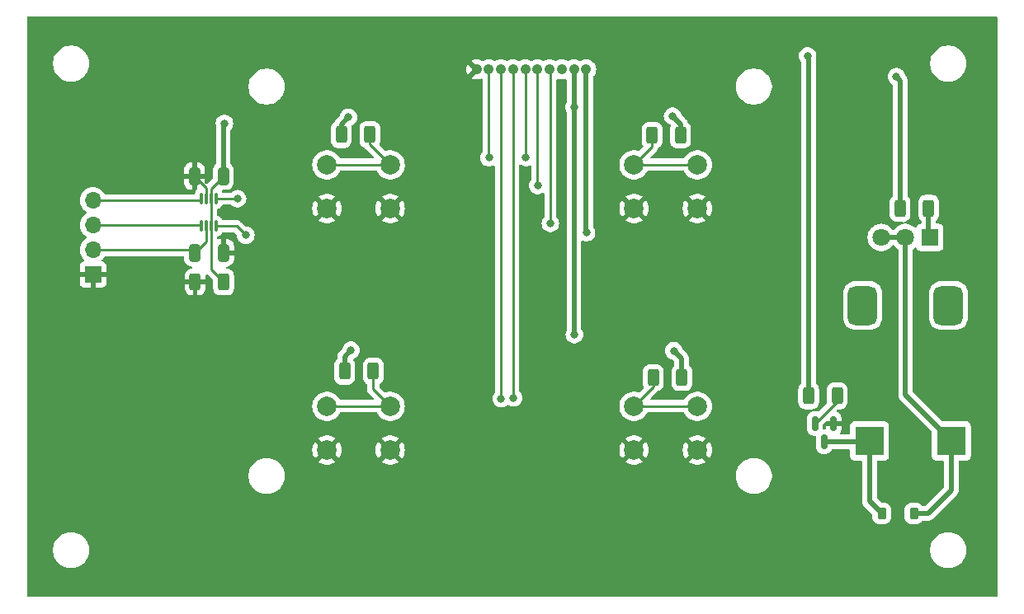
<source format=gbr>
%TF.GenerationSoftware,KiCad,Pcbnew,8.0.6*%
%TF.CreationDate,2025-07-22T18:05:31-04:00*%
%TF.ProjectId,receiver,72656365-6976-4657-922e-6b696361645f,rev?*%
%TF.SameCoordinates,Original*%
%TF.FileFunction,Copper,L2,Bot*%
%TF.FilePolarity,Positive*%
%FSLAX46Y46*%
G04 Gerber Fmt 4.6, Leading zero omitted, Abs format (unit mm)*
G04 Created by KiCad (PCBNEW 8.0.6) date 2025-07-22 18:05:31*
%MOMM*%
%LPD*%
G01*
G04 APERTURE LIST*
G04 Aperture macros list*
%AMRoundRect*
0 Rectangle with rounded corners*
0 $1 Rounding radius*
0 $2 $3 $4 $5 $6 $7 $8 $9 X,Y pos of 4 corners*
0 Add a 4 corners polygon primitive as box body*
4,1,4,$2,$3,$4,$5,$6,$7,$8,$9,$2,$3,0*
0 Add four circle primitives for the rounded corners*
1,1,$1+$1,$2,$3*
1,1,$1+$1,$4,$5*
1,1,$1+$1,$6,$7*
1,1,$1+$1,$8,$9*
0 Add four rect primitives between the rounded corners*
20,1,$1+$1,$2,$3,$4,$5,0*
20,1,$1+$1,$4,$5,$6,$7,0*
20,1,$1+$1,$6,$7,$8,$9,0*
20,1,$1+$1,$8,$9,$2,$3,0*%
G04 Aperture macros list end*
%TA.AperFunction,ComponentPad*%
%ADD10C,2.000000*%
%TD*%
%TA.AperFunction,SMDPad,CuDef*%
%ADD11RoundRect,0.250000X-0.312500X-0.625000X0.312500X-0.625000X0.312500X0.625000X-0.312500X0.625000X0*%
%TD*%
%TA.AperFunction,SMDPad,CuDef*%
%ADD12RoundRect,0.150000X-0.150000X0.587500X-0.150000X-0.587500X0.150000X-0.587500X0.150000X0.587500X0*%
%TD*%
%TA.AperFunction,SMDPad,CuDef*%
%ADD13RoundRect,0.225000X0.225000X0.375000X-0.225000X0.375000X-0.225000X-0.375000X0.225000X-0.375000X0*%
%TD*%
%TA.AperFunction,ComponentPad*%
%ADD14R,1.700000X1.700000*%
%TD*%
%TA.AperFunction,ComponentPad*%
%ADD15O,1.700000X1.700000*%
%TD*%
%TA.AperFunction,SMDPad,CuDef*%
%ADD16RoundRect,0.250000X0.312500X0.625000X-0.312500X0.625000X-0.312500X-0.625000X0.312500X-0.625000X0*%
%TD*%
%TA.AperFunction,SMDPad,CuDef*%
%ADD17RoundRect,0.250000X0.325000X0.650000X-0.325000X0.650000X-0.325000X-0.650000X0.325000X-0.650000X0*%
%TD*%
%TA.AperFunction,SMDPad,CuDef*%
%ADD18RoundRect,0.033750X-0.101250X0.526250X-0.101250X-0.526250X0.101250X-0.526250X0.101250X0.526250X0*%
%TD*%
%TA.AperFunction,SMDPad,CuDef*%
%ADD19RoundRect,0.250000X-0.325000X-0.650000X0.325000X-0.650000X0.325000X0.650000X-0.325000X0.650000X0*%
%TD*%
%TA.AperFunction,SMDPad,CuDef*%
%ADD20R,3.000000X3.000000*%
%TD*%
%TA.AperFunction,ComponentPad*%
%ADD21R,1.800000X1.800000*%
%TD*%
%TA.AperFunction,ComponentPad*%
%ADD22C,1.800000*%
%TD*%
%TA.AperFunction,ComponentPad*%
%ADD23RoundRect,0.750000X-0.750000X1.250000X-0.750000X-1.250000X0.750000X-1.250000X0.750000X1.250000X0*%
%TD*%
%TA.AperFunction,ComponentPad*%
%ADD24C,1.066800*%
%TD*%
%TA.AperFunction,ViaPad*%
%ADD25C,0.800000*%
%TD*%
%TA.AperFunction,Conductor*%
%ADD26C,0.250000*%
%TD*%
%TA.AperFunction,Conductor*%
%ADD27C,0.500000*%
%TD*%
G04 APERTURE END LIST*
D10*
%TO.P,SW2,1,1*%
%TO.N,PUSH_2_IB*%
X167785227Y-136097935D03*
X174285227Y-136097935D03*
%TO.P,SW2,2,2*%
%TO.N,GND_IB*%
X167785227Y-140597935D03*
X174285227Y-140597935D03*
%TD*%
D11*
%TO.P,BUZ_R2,1*%
%TO.N,BUZZER_IB*%
X185708225Y-135033682D03*
%TO.P,BUZ_R2,2*%
%TO.N,Net-(Q1-B)*%
X188633225Y-135033682D03*
%TD*%
D12*
%TO.P,Q1,1,C*%
%TO.N,Net-(BUZ_D1-A)*%
X187304033Y-139756633D03*
%TO.P,Q1,2,B*%
%TO.N,Net-(Q1-B)*%
X186354033Y-137881633D03*
%TO.P,Q1,3,E*%
%TO.N,GND_IB*%
X188254033Y-137881633D03*
%TD*%
D13*
%TO.P,BUZ_D1,1,K*%
%TO.N,Net-(BUZ_D1-K)*%
X196506727Y-147109757D03*
%TO.P,BUZ_D1,2,A*%
%TO.N,Net-(BUZ_D1-A)*%
X193206727Y-147109757D03*
%TD*%
D14*
%TO.P,J4,1,GND*%
%TO.N,GND_IB*%
X112278989Y-122583887D03*
D15*
%TO.P,J4,2,VCC*%
%TO.N,+5V_IB*%
X112278989Y-120043887D03*
%TO.P,J4,3,SDA*%
%TO.N,Net-(J4-SDA)*%
X112278989Y-117503887D03*
%TO.P,J4,4,SCL*%
%TO.N,Net-(J4-SCL)*%
X112278989Y-114963887D03*
%TD*%
D16*
%TO.P,BUT_R2,1*%
%TO.N,+3.3V_IB*%
X172696848Y-133161473D03*
%TO.P,BUT_R2,2*%
%TO.N,PUSH_2_IB*%
X169771848Y-133161473D03*
%TD*%
%TO.P,LLS_R2,1*%
%TO.N,+3.3V_IB*%
X125683995Y-123348631D03*
%TO.P,LLS_R2,2*%
%TO.N,GND_IB*%
X122758995Y-123348631D03*
%TD*%
D17*
%TO.P,LLS_C2,1*%
%TO.N,GND_IB*%
X125668573Y-120333154D03*
%TO.P,LLS_C2,2*%
%TO.N,+5V_IB*%
X122718573Y-120333154D03*
%TD*%
D16*
%TO.P,BUZ_R1,1*%
%TO.N,Net-(BUZ_R1-Pad1)*%
X198025181Y-115768131D03*
%TO.P,BUZ_R1,2*%
%TO.N,+5V_IB*%
X195100181Y-115768131D03*
%TD*%
D18*
%TO.P,U5,1,B2*%
%TO.N,Net-(J4-SCL)*%
X123395487Y-114783423D03*
%TO.P,U5,2,GND*%
%TO.N,GND_IB*%
X123895487Y-114783423D03*
%TO.P,U5,3,VCCA*%
%TO.N,+3.3V_IB*%
X124395487Y-114783423D03*
%TO.P,U5,4,A2*%
%TO.N,I2C_SCL_IB*%
X124895487Y-114783423D03*
%TO.P,U5,5,A1*%
%TO.N,I2C_SDA_IB*%
X124895487Y-117593423D03*
%TO.P,U5,6,OE*%
%TO.N,+3.3V_IB*%
X124395487Y-117593423D03*
%TO.P,U5,7,VCCB*%
%TO.N,+5V_IB*%
X123895487Y-117593423D03*
%TO.P,U5,8,B1*%
%TO.N,Net-(J4-SDA)*%
X123395487Y-117593423D03*
%TD*%
D11*
%TO.P,BUT_R4,1*%
%TO.N,+3.3V_IB*%
X137751472Y-108198196D03*
%TO.P,BUT_R4,2*%
%TO.N,PUSH_4_IB*%
X140676472Y-108198196D03*
%TD*%
D16*
%TO.P,BUT_R1,1*%
%TO.N,+3.3V_IB*%
X172570696Y-108257561D03*
%TO.P,BUT_R1,2*%
%TO.N,PUSH_1_IB*%
X169645696Y-108257561D03*
%TD*%
D19*
%TO.P,LLS_C1,1*%
%TO.N,GND_IB*%
X122691443Y-112479144D03*
%TO.P,LLS_C1,2*%
%TO.N,+3.3V_IB*%
X125641443Y-112479144D03*
%TD*%
D11*
%TO.P,BUT_R3,1*%
%TO.N,+3.3V_IB*%
X138107666Y-132508451D03*
%TO.P,BUT_R3,2*%
%TO.N,PUSH_3_IB*%
X141032666Y-132508451D03*
%TD*%
D20*
%TO.P,BZ1,1,-*%
%TO.N,Net-(BUZ_D1-K)*%
X200350846Y-139669746D03*
%TO.P,BZ1,2,+*%
%TO.N,Net-(BUZ_D1-A)*%
X191950846Y-139669746D03*
%TD*%
D10*
%TO.P,SW4,1,1*%
%TO.N,PUSH_4_IB*%
X136278737Y-111286784D03*
X142778737Y-111286784D03*
%TO.P,SW4,2,2*%
%TO.N,GND_IB*%
X136278737Y-115786784D03*
X142778737Y-115786784D03*
%TD*%
%TO.P,SW1,1,1*%
%TO.N,PUSH_1_IB*%
X167785227Y-111286784D03*
X174285227Y-111286784D03*
%TO.P,SW1,2,2*%
%TO.N,GND_IB*%
X167785227Y-115786784D03*
X174285227Y-115786784D03*
%TD*%
D21*
%TO.P,RV1,1,1*%
%TO.N,Net-(BUZ_R1-Pad1)*%
X198149327Y-118756900D03*
D22*
%TO.P,RV1,2,2*%
%TO.N,Net-(BUZ_D1-K)*%
X195649327Y-118756900D03*
%TO.P,RV1,3,3*%
X193149327Y-118756900D03*
D23*
%TO.P,RV1,MP*%
%TO.N,N/C*%
X200049327Y-125756900D03*
X191249327Y-125756900D03*
%TD*%
D24*
%TO.P,IF2,1,P1*%
%TO.N,+5V_IB*%
X162881478Y-101502772D03*
%TO.P,IF2,2,P2*%
%TO.N,+3.3V_IB*%
X161631478Y-101502772D03*
%TO.P,IF2,3,P3*%
%TO.N,BUZZER_IB*%
X160381478Y-101502772D03*
%TO.P,IF2,4,P4*%
%TO.N,I2C_SDA_IB*%
X159131478Y-101502772D03*
%TO.P,IF2,5,P5*%
%TO.N,I2C_SCL_IB*%
X157881478Y-101502772D03*
%TO.P,IF2,6,P6*%
%TO.N,PUSH_1_IB*%
X156631478Y-101502772D03*
%TO.P,IF2,7,P7*%
%TO.N,PUSH_2_IB*%
X155381478Y-101502772D03*
%TO.P,IF2,8,P8*%
%TO.N,PUSH_3_IB*%
X154131478Y-101502772D03*
%TO.P,IF2,9,P9*%
%TO.N,PUSH_4_IB*%
X152881478Y-101502772D03*
%TO.P,IF2,10,P10*%
%TO.N,GND_IB*%
X151631478Y-101502772D03*
%TD*%
D10*
%TO.P,SW3,1,1*%
%TO.N,PUSH_3_IB*%
X136278737Y-136097935D03*
X142778737Y-136097935D03*
%TO.P,SW3,2,2*%
%TO.N,GND_IB*%
X136278737Y-140597935D03*
X142778737Y-140597935D03*
%TD*%
D25*
%TO.N,I2C_SCL_IB*%
X157913878Y-113424965D03*
%TO.N,I2C_SDA_IB*%
X127953985Y-118537011D03*
%TO.N,PUSH_4_IB*%
X152912449Y-110564613D03*
%TO.N,I2C_SDA_IB*%
X159210029Y-117334855D03*
%TO.N,I2C_SCL_IB*%
X127106789Y-114782957D03*
%TO.N,+5V_IB*%
X162911798Y-118267883D03*
%TO.N,BUZZER_IB*%
X185604476Y-100111383D03*
%TO.N,+5V_IB*%
X194719198Y-102252512D03*
%TO.N,PUSH_3_IB*%
X154151707Y-135334952D03*
%TO.N,PUSH_2_IB*%
X155428068Y-135245901D03*
%TO.N,+3.3V_IB*%
X125766183Y-107046116D03*
X138745754Y-130355375D03*
X171878615Y-130399277D03*
%TO.N,PUSH_1_IB*%
X156697010Y-110534927D03*
%TO.N,+3.3V_IB*%
X138481078Y-106420480D03*
X161673279Y-128756826D03*
X161631478Y-105381579D03*
X171753330Y-106301748D03*
%TD*%
D26*
%TO.N,Net-(J4-SCL)*%
X123215023Y-114963887D02*
X123395487Y-114783423D01*
%TO.N,Net-(J4-SDA)*%
X112278989Y-117503887D02*
X123305951Y-117503887D01*
%TO.N,I2C_SDA_IB*%
X159174588Y-101502772D02*
X159131478Y-101502772D01*
%TO.N,I2C_SCL_IB*%
X124895487Y-114783423D02*
X127106323Y-114783423D01*
%TO.N,I2C_SDA_IB*%
X159210029Y-117334855D02*
X159210029Y-101538213D01*
X127010397Y-117593423D02*
X127953985Y-118537011D01*
%TO.N,I2C_SCL_IB*%
X157881478Y-113392565D02*
X157881478Y-101502772D01*
%TO.N,I2C_SDA_IB*%
X159210029Y-101538213D02*
X159174588Y-101502772D01*
%TO.N,I2C_SCL_IB*%
X157913878Y-113424965D02*
X157881478Y-113392565D01*
%TO.N,Net-(J4-SDA)*%
X123305951Y-117503887D02*
X123395487Y-117593423D01*
%TO.N,Net-(J4-SCL)*%
X112278989Y-114963887D02*
X123215023Y-114963887D01*
%TO.N,I2C_SCL_IB*%
X127106323Y-114783423D02*
X127106789Y-114782957D01*
%TO.N,I2C_SDA_IB*%
X124895487Y-117593423D02*
X127010397Y-117593423D01*
%TO.N,PUSH_4_IB*%
X140676472Y-109184519D02*
X142778737Y-111286784D01*
%TO.N,PUSH_2_IB*%
X169771848Y-133161473D02*
X169771848Y-134111314D01*
X155381478Y-135199311D02*
X155381478Y-101502772D01*
D27*
%TO.N,BUZZER_IB*%
X185604476Y-100111383D02*
X185708225Y-100215132D01*
D26*
%TO.N,PUSH_3_IB*%
X141032666Y-134351864D02*
X142778737Y-136097935D01*
%TO.N,GND_IB*%
X123895487Y-113683188D02*
X122691443Y-112479144D01*
%TO.N,PUSH_3_IB*%
X136278737Y-136097935D02*
X142778737Y-136097935D01*
D27*
%TO.N,+5V_IB*%
X162881478Y-118237563D02*
X162911798Y-118267883D01*
D26*
%TO.N,PUSH_4_IB*%
X140676472Y-108198196D02*
X140676472Y-109184519D01*
D27*
%TO.N,Net-(BUZ_R1-Pad1)*%
X198025181Y-118632754D02*
X198149327Y-118756900D01*
%TO.N,+5V_IB*%
X162881478Y-101502772D02*
X162881478Y-118237563D01*
X194719198Y-102252512D02*
X195100181Y-102633495D01*
D26*
X122429306Y-120043887D02*
X122718573Y-120333154D01*
%TO.N,PUSH_3_IB*%
X141032666Y-132508451D02*
X141032666Y-134351864D01*
X154151707Y-135334952D02*
X154131478Y-135314723D01*
%TO.N,PUSH_4_IB*%
X152881478Y-110533642D02*
X152881478Y-101502772D01*
%TO.N,+5V_IB*%
X123895487Y-119156240D02*
X123895487Y-117593423D01*
D27*
%TO.N,Net-(BUZ_R1-Pad1)*%
X198025181Y-115768131D02*
X198025181Y-118632754D01*
D26*
%TO.N,PUSH_2_IB*%
X167785227Y-136097935D02*
X174285227Y-136097935D01*
%TO.N,+5V_IB*%
X122718573Y-120333154D02*
X123895487Y-119156240D01*
%TO.N,PUSH_4_IB*%
X136278737Y-111286784D02*
X142778737Y-111286784D01*
X152912449Y-110564613D02*
X152881478Y-110533642D01*
%TO.N,PUSH_2_IB*%
X169771848Y-134111314D02*
X167785227Y-136097935D01*
X155428068Y-135245901D02*
X155381478Y-135199311D01*
%TO.N,+5V_IB*%
X112278989Y-120043887D02*
X122429306Y-120043887D01*
%TO.N,PUSH_3_IB*%
X154131478Y-135314723D02*
X154131478Y-101502772D01*
%TO.N,GND_IB*%
X123895487Y-114783423D02*
X123895487Y-113683188D01*
D27*
%TO.N,BUZZER_IB*%
X185708225Y-100215132D02*
X185708225Y-135033682D01*
%TO.N,+5V_IB*%
X195100181Y-102633495D02*
X195100181Y-115768131D01*
%TO.N,+3.3V_IB*%
X171753330Y-106301748D02*
X172570696Y-107119114D01*
D26*
X125683995Y-123348631D02*
X124395487Y-122060123D01*
D27*
X161631478Y-105381579D02*
X161631478Y-128715025D01*
X137751472Y-107150086D02*
X138481078Y-106420480D01*
X161631478Y-128715025D02*
X161673279Y-128756826D01*
D26*
%TO.N,PUSH_1_IB*%
X156631478Y-110469395D02*
X156631478Y-101502772D01*
D27*
%TO.N,+3.3V_IB*%
X172696848Y-131217510D02*
X172696848Y-133161473D01*
X161631478Y-101502772D02*
X161631478Y-105381579D01*
D26*
%TO.N,PUSH_1_IB*%
X156697010Y-110534927D02*
X156631478Y-110469395D01*
D27*
%TO.N,+3.3V_IB*%
X172570696Y-107119114D02*
X172570696Y-108257561D01*
D26*
%TO.N,PUSH_1_IB*%
X169645696Y-108257561D02*
X169645696Y-109426315D01*
D27*
%TO.N,+3.3V_IB*%
X138107666Y-130993463D02*
X138745754Y-130355375D01*
D26*
%TO.N,PUSH_1_IB*%
X169645696Y-109426315D02*
X167785227Y-111286784D01*
D27*
%TO.N,+3.3V_IB*%
X138107666Y-132508451D02*
X138107666Y-130993463D01*
X125766183Y-107046116D02*
X125641443Y-107170856D01*
D26*
X124395487Y-117593423D02*
X124395487Y-114783423D01*
D27*
X137751472Y-108198196D02*
X137751472Y-107150086D01*
D26*
X124395487Y-113725100D02*
X125641443Y-112479144D01*
D27*
X171878615Y-130399277D02*
X172696848Y-131217510D01*
D26*
%TO.N,PUSH_1_IB*%
X167785227Y-111286784D02*
X174285227Y-111286784D01*
%TO.N,+3.3V_IB*%
X124395487Y-122060123D02*
X124395487Y-117593423D01*
X124395487Y-114783423D02*
X124395487Y-113725100D01*
D27*
X125641443Y-107170856D02*
X125641443Y-112479144D01*
%TO.N,Net-(BUZ_D1-K)*%
X195649327Y-118756900D02*
X195649327Y-134968227D01*
D26*
%TO.N,Net-(Q1-B)*%
X186354033Y-137881633D02*
X188633225Y-135602441D01*
D27*
%TO.N,Net-(BUZ_D1-K)*%
X197953184Y-147109757D02*
X196506727Y-147109757D01*
X200350846Y-139669746D02*
X200350846Y-144712095D01*
%TO.N,Net-(BUZ_D1-A)*%
X191950846Y-139669746D02*
X191950846Y-145853876D01*
X191863959Y-139756633D02*
X191950846Y-139669746D01*
X187304033Y-139756633D02*
X191863959Y-139756633D01*
D26*
%TO.N,Net-(Q1-B)*%
X188633225Y-135602441D02*
X188633225Y-135033682D01*
D27*
%TO.N,Net-(BUZ_D1-K)*%
X195649327Y-134968227D02*
X200350846Y-139669746D01*
X193149327Y-118756900D02*
X195649327Y-118756900D01*
X200350846Y-144712095D02*
X197953184Y-147109757D01*
%TO.N,Net-(BUZ_D1-A)*%
X191950846Y-145853876D02*
X193206727Y-147109757D01*
%TD*%
%TA.AperFunction,Conductor*%
%TO.N,GND_IB*%
G36*
X205041205Y-96105569D02*
G01*
X205086960Y-96158373D01*
X205098166Y-96209884D01*
X205098166Y-155570884D01*
X205078481Y-155637923D01*
X205025677Y-155683678D01*
X204974166Y-155694884D01*
X105613166Y-155694884D01*
X105546127Y-155675199D01*
X105500372Y-155622395D01*
X105489166Y-155570884D01*
X105489166Y-150772360D01*
X108174689Y-150772360D01*
X108174689Y-151014937D01*
X108206350Y-151255434D01*
X108269136Y-151489753D01*
X108361962Y-151713854D01*
X108361965Y-151713861D01*
X108483253Y-151923938D01*
X108483255Y-151923941D01*
X108483256Y-151923942D01*
X108630922Y-152116385D01*
X108630928Y-152116392D01*
X108802445Y-152287909D01*
X108802451Y-152287914D01*
X108994900Y-152435585D01*
X109204977Y-152556873D01*
X109429089Y-152649703D01*
X109663400Y-152712487D01*
X109843775Y-152736233D01*
X109903900Y-152744149D01*
X109903901Y-152744149D01*
X110146478Y-152744149D01*
X110194577Y-152737816D01*
X110386978Y-152712487D01*
X110621289Y-152649703D01*
X110845401Y-152556873D01*
X111055478Y-152435585D01*
X111247927Y-152287914D01*
X111419454Y-152116387D01*
X111567125Y-151923938D01*
X111688413Y-151713861D01*
X111781243Y-151489749D01*
X111844027Y-151255438D01*
X111875689Y-151014937D01*
X111875689Y-150772361D01*
X111875689Y-150772360D01*
X198174689Y-150772360D01*
X198174689Y-151014937D01*
X198206350Y-151255434D01*
X198269136Y-151489753D01*
X198361962Y-151713854D01*
X198361965Y-151713861D01*
X198483253Y-151923938D01*
X198483255Y-151923941D01*
X198483256Y-151923942D01*
X198630922Y-152116385D01*
X198630928Y-152116392D01*
X198802445Y-152287909D01*
X198802451Y-152287914D01*
X198994900Y-152435585D01*
X199204977Y-152556873D01*
X199429089Y-152649703D01*
X199663400Y-152712487D01*
X199843775Y-152736233D01*
X199903900Y-152744149D01*
X199903901Y-152744149D01*
X200146478Y-152744149D01*
X200194577Y-152737816D01*
X200386978Y-152712487D01*
X200621289Y-152649703D01*
X200845401Y-152556873D01*
X201055478Y-152435585D01*
X201247927Y-152287914D01*
X201419454Y-152116387D01*
X201567125Y-151923938D01*
X201688413Y-151713861D01*
X201781243Y-151489749D01*
X201844027Y-151255438D01*
X201875689Y-151014937D01*
X201875689Y-150772361D01*
X201844027Y-150531860D01*
X201781243Y-150297549D01*
X201688413Y-150073437D01*
X201567125Y-149863360D01*
X201419454Y-149670911D01*
X201419449Y-149670905D01*
X201247932Y-149499388D01*
X201247925Y-149499382D01*
X201055482Y-149351716D01*
X201055481Y-149351715D01*
X201055478Y-149351713D01*
X200845401Y-149230425D01*
X200845394Y-149230422D01*
X200621293Y-149137596D01*
X200386974Y-149074810D01*
X200146478Y-149043149D01*
X200146477Y-149043149D01*
X199903901Y-149043149D01*
X199903900Y-149043149D01*
X199663403Y-149074810D01*
X199429084Y-149137596D01*
X199204983Y-149230422D01*
X199204974Y-149230426D01*
X198994895Y-149351716D01*
X198802452Y-149499382D01*
X198802445Y-149499388D01*
X198630928Y-149670905D01*
X198630922Y-149670912D01*
X198483256Y-149863355D01*
X198361966Y-150073434D01*
X198361962Y-150073443D01*
X198269136Y-150297544D01*
X198206350Y-150531863D01*
X198174689Y-150772360D01*
X111875689Y-150772360D01*
X111844027Y-150531860D01*
X111781243Y-150297549D01*
X111688413Y-150073437D01*
X111567125Y-149863360D01*
X111419454Y-149670911D01*
X111419449Y-149670905D01*
X111247932Y-149499388D01*
X111247925Y-149499382D01*
X111055482Y-149351716D01*
X111055481Y-149351715D01*
X111055478Y-149351713D01*
X110845401Y-149230425D01*
X110845394Y-149230422D01*
X110621293Y-149137596D01*
X110386974Y-149074810D01*
X110146478Y-149043149D01*
X110146477Y-149043149D01*
X109903901Y-149043149D01*
X109903900Y-149043149D01*
X109663403Y-149074810D01*
X109429084Y-149137596D01*
X109204983Y-149230422D01*
X109204974Y-149230426D01*
X108994895Y-149351716D01*
X108802452Y-149499382D01*
X108802445Y-149499388D01*
X108630928Y-149670905D01*
X108630922Y-149670912D01*
X108483256Y-149863355D01*
X108361966Y-150073434D01*
X108361962Y-150073443D01*
X108269136Y-150297544D01*
X108206350Y-150531863D01*
X108174689Y-150772360D01*
X105489166Y-150772360D01*
X105489166Y-143139084D01*
X128243109Y-143139084D01*
X128243109Y-143381661D01*
X128274770Y-143622158D01*
X128337556Y-143856477D01*
X128430382Y-144080578D01*
X128430385Y-144080585D01*
X128551673Y-144290662D01*
X128551675Y-144290665D01*
X128551676Y-144290666D01*
X128699342Y-144483109D01*
X128699348Y-144483116D01*
X128870865Y-144654633D01*
X128870871Y-144654638D01*
X129063320Y-144802309D01*
X129273397Y-144923597D01*
X129497509Y-145016427D01*
X129731820Y-145079211D01*
X129912195Y-145102957D01*
X129972320Y-145110873D01*
X129972321Y-145110873D01*
X130214898Y-145110873D01*
X130262997Y-145104540D01*
X130455398Y-145079211D01*
X130689709Y-145016427D01*
X130913821Y-144923597D01*
X131123898Y-144802309D01*
X131316347Y-144654638D01*
X131487874Y-144483111D01*
X131635545Y-144290662D01*
X131756833Y-144080585D01*
X131849663Y-143856473D01*
X131912447Y-143622162D01*
X131944109Y-143381661D01*
X131944109Y-143139085D01*
X131944109Y-143139084D01*
X178243109Y-143139084D01*
X178243109Y-143381661D01*
X178274770Y-143622158D01*
X178337556Y-143856477D01*
X178430382Y-144080578D01*
X178430385Y-144080585D01*
X178551673Y-144290662D01*
X178551675Y-144290665D01*
X178551676Y-144290666D01*
X178699342Y-144483109D01*
X178699348Y-144483116D01*
X178870865Y-144654633D01*
X178870871Y-144654638D01*
X179063320Y-144802309D01*
X179273397Y-144923597D01*
X179497509Y-145016427D01*
X179731820Y-145079211D01*
X179912195Y-145102957D01*
X179972320Y-145110873D01*
X179972321Y-145110873D01*
X180214898Y-145110873D01*
X180262997Y-145104540D01*
X180455398Y-145079211D01*
X180689709Y-145016427D01*
X180913821Y-144923597D01*
X181123898Y-144802309D01*
X181316347Y-144654638D01*
X181487874Y-144483111D01*
X181635545Y-144290662D01*
X181756833Y-144080585D01*
X181849663Y-143856473D01*
X181912447Y-143622162D01*
X181944109Y-143381661D01*
X181944109Y-143139085D01*
X181912447Y-142898584D01*
X181849663Y-142664273D01*
X181756833Y-142440161D01*
X181635545Y-142230084D01*
X181487874Y-142037635D01*
X181487869Y-142037629D01*
X181316352Y-141866112D01*
X181316345Y-141866106D01*
X181123902Y-141718440D01*
X181123901Y-141718439D01*
X181123898Y-141718437D01*
X180913821Y-141597149D01*
X180913814Y-141597146D01*
X180689713Y-141504320D01*
X180455394Y-141441534D01*
X180214898Y-141409873D01*
X180214897Y-141409873D01*
X179972321Y-141409873D01*
X179972320Y-141409873D01*
X179731823Y-141441534D01*
X179497504Y-141504320D01*
X179273403Y-141597146D01*
X179273394Y-141597150D01*
X179063315Y-141718440D01*
X178870872Y-141866106D01*
X178870865Y-141866112D01*
X178699348Y-142037629D01*
X178699342Y-142037636D01*
X178551676Y-142230079D01*
X178430386Y-142440158D01*
X178430382Y-142440167D01*
X178337556Y-142664268D01*
X178274770Y-142898587D01*
X178243109Y-143139084D01*
X131944109Y-143139084D01*
X131912447Y-142898584D01*
X131849663Y-142664273D01*
X131756833Y-142440161D01*
X131635545Y-142230084D01*
X131487874Y-142037635D01*
X131487869Y-142037629D01*
X131316352Y-141866112D01*
X131316345Y-141866106D01*
X131123902Y-141718440D01*
X131123901Y-141718439D01*
X131123898Y-141718437D01*
X130913821Y-141597149D01*
X130913814Y-141597146D01*
X130689713Y-141504320D01*
X130455394Y-141441534D01*
X130214898Y-141409873D01*
X130214897Y-141409873D01*
X129972321Y-141409873D01*
X129972320Y-141409873D01*
X129731823Y-141441534D01*
X129497504Y-141504320D01*
X129273403Y-141597146D01*
X129273394Y-141597150D01*
X129063315Y-141718440D01*
X128870872Y-141866106D01*
X128870865Y-141866112D01*
X128699348Y-142037629D01*
X128699342Y-142037636D01*
X128551676Y-142230079D01*
X128430386Y-142440158D01*
X128430382Y-142440167D01*
X128337556Y-142664268D01*
X128274770Y-142898587D01*
X128243109Y-143139084D01*
X105489166Y-143139084D01*
X105489166Y-140597929D01*
X134773596Y-140597929D01*
X134773596Y-140597940D01*
X134794122Y-140845664D01*
X134794124Y-140845673D01*
X134855149Y-141086652D01*
X134955003Y-141314299D01*
X135055301Y-141467817D01*
X135754949Y-140768169D01*
X135766219Y-140810227D01*
X135838627Y-140935643D01*
X135941029Y-141038045D01*
X136066445Y-141110453D01*
X136108502Y-141121722D01*
X135408679Y-141821544D01*
X135455505Y-141857990D01*
X135455507Y-141857991D01*
X135674122Y-141976299D01*
X135674133Y-141976304D01*
X135909243Y-142057018D01*
X136154444Y-142097935D01*
X136403030Y-142097935D01*
X136648230Y-142057018D01*
X136883340Y-141976304D01*
X136883351Y-141976299D01*
X137101965Y-141857992D01*
X137101968Y-141857990D01*
X137148793Y-141821544D01*
X136448971Y-141121722D01*
X136491029Y-141110453D01*
X136616445Y-141038045D01*
X136718847Y-140935643D01*
X136791255Y-140810227D01*
X136802524Y-140768170D01*
X137502171Y-141467817D01*
X137602468Y-141314304D01*
X137702324Y-141086652D01*
X137763349Y-140845673D01*
X137763351Y-140845664D01*
X137783878Y-140597940D01*
X137783878Y-140597929D01*
X141273596Y-140597929D01*
X141273596Y-140597940D01*
X141294122Y-140845664D01*
X141294124Y-140845673D01*
X141355149Y-141086652D01*
X141455003Y-141314299D01*
X141555301Y-141467817D01*
X142254949Y-140768169D01*
X142266219Y-140810227D01*
X142338627Y-140935643D01*
X142441029Y-141038045D01*
X142566445Y-141110453D01*
X142608502Y-141121722D01*
X141908679Y-141821544D01*
X141955505Y-141857990D01*
X141955507Y-141857991D01*
X142174122Y-141976299D01*
X142174133Y-141976304D01*
X142409243Y-142057018D01*
X142654444Y-142097935D01*
X142903030Y-142097935D01*
X143148230Y-142057018D01*
X143383340Y-141976304D01*
X143383351Y-141976299D01*
X143601965Y-141857992D01*
X143601968Y-141857990D01*
X143648793Y-141821544D01*
X142948971Y-141121722D01*
X142991029Y-141110453D01*
X143116445Y-141038045D01*
X143218847Y-140935643D01*
X143291255Y-140810227D01*
X143302524Y-140768170D01*
X144002171Y-141467817D01*
X144102468Y-141314304D01*
X144202324Y-141086652D01*
X144263349Y-140845673D01*
X144263351Y-140845664D01*
X144283878Y-140597940D01*
X144283878Y-140597929D01*
X166280086Y-140597929D01*
X166280086Y-140597940D01*
X166300612Y-140845664D01*
X166300614Y-140845673D01*
X166361639Y-141086652D01*
X166461493Y-141314299D01*
X166561791Y-141467817D01*
X167261439Y-140768169D01*
X167272709Y-140810227D01*
X167345117Y-140935643D01*
X167447519Y-141038045D01*
X167572935Y-141110453D01*
X167614992Y-141121722D01*
X166915169Y-141821544D01*
X166961995Y-141857990D01*
X166961997Y-141857991D01*
X167180612Y-141976299D01*
X167180623Y-141976304D01*
X167415733Y-142057018D01*
X167660934Y-142097935D01*
X167909520Y-142097935D01*
X168154720Y-142057018D01*
X168389830Y-141976304D01*
X168389841Y-141976299D01*
X168608455Y-141857992D01*
X168608458Y-141857990D01*
X168655283Y-141821544D01*
X167955461Y-141121722D01*
X167997519Y-141110453D01*
X168122935Y-141038045D01*
X168225337Y-140935643D01*
X168297745Y-140810227D01*
X168309014Y-140768169D01*
X169008661Y-141467817D01*
X169108958Y-141314304D01*
X169208814Y-141086652D01*
X169269839Y-140845673D01*
X169269841Y-140845664D01*
X169290368Y-140597940D01*
X169290368Y-140597929D01*
X172780086Y-140597929D01*
X172780086Y-140597940D01*
X172800612Y-140845664D01*
X172800614Y-140845673D01*
X172861639Y-141086652D01*
X172961493Y-141314299D01*
X173061791Y-141467817D01*
X173761439Y-140768169D01*
X173772709Y-140810227D01*
X173845117Y-140935643D01*
X173947519Y-141038045D01*
X174072935Y-141110453D01*
X174114992Y-141121722D01*
X173415169Y-141821544D01*
X173461995Y-141857990D01*
X173461997Y-141857991D01*
X173680612Y-141976299D01*
X173680623Y-141976304D01*
X173915733Y-142057018D01*
X174160934Y-142097935D01*
X174409520Y-142097935D01*
X174654720Y-142057018D01*
X174889830Y-141976304D01*
X174889841Y-141976299D01*
X175108455Y-141857992D01*
X175108458Y-141857990D01*
X175155283Y-141821544D01*
X174455461Y-141121722D01*
X174497519Y-141110453D01*
X174622935Y-141038045D01*
X174725337Y-140935643D01*
X174797745Y-140810227D01*
X174809014Y-140768170D01*
X175508661Y-141467817D01*
X175608958Y-141314304D01*
X175708814Y-141086652D01*
X175769839Y-140845673D01*
X175769841Y-140845664D01*
X175790368Y-140597940D01*
X175790368Y-140597929D01*
X175769841Y-140350205D01*
X175769839Y-140350196D01*
X175708814Y-140109217D01*
X175608958Y-139881565D01*
X175508661Y-139728051D01*
X174809014Y-140427699D01*
X174797745Y-140385643D01*
X174725337Y-140260227D01*
X174622935Y-140157825D01*
X174497519Y-140085417D01*
X174455462Y-140074147D01*
X175155284Y-139374325D01*
X175155283Y-139374324D01*
X175108456Y-139337878D01*
X174889841Y-139219570D01*
X174889830Y-139219565D01*
X174654720Y-139138851D01*
X174409520Y-139097935D01*
X174160934Y-139097935D01*
X173915733Y-139138851D01*
X173680623Y-139219565D01*
X173680617Y-139219567D01*
X173461988Y-139337884D01*
X173415169Y-139374323D01*
X173415169Y-139374325D01*
X174114992Y-140074147D01*
X174072935Y-140085417D01*
X173947519Y-140157825D01*
X173845117Y-140260227D01*
X173772709Y-140385643D01*
X173761439Y-140427699D01*
X173061791Y-139728051D01*
X172961494Y-139881567D01*
X172861639Y-140109217D01*
X172800614Y-140350196D01*
X172800612Y-140350205D01*
X172780086Y-140597929D01*
X169290368Y-140597929D01*
X169269841Y-140350205D01*
X169269839Y-140350196D01*
X169208814Y-140109217D01*
X169108958Y-139881565D01*
X169008661Y-139728051D01*
X168309014Y-140427699D01*
X168297745Y-140385643D01*
X168225337Y-140260227D01*
X168122935Y-140157825D01*
X167997519Y-140085417D01*
X167955462Y-140074147D01*
X168655284Y-139374325D01*
X168655283Y-139374324D01*
X168608456Y-139337878D01*
X168389841Y-139219570D01*
X168389830Y-139219565D01*
X168154720Y-139138851D01*
X167909520Y-139097935D01*
X167660934Y-139097935D01*
X167415733Y-139138851D01*
X167180623Y-139219565D01*
X167180617Y-139219567D01*
X166961988Y-139337884D01*
X166915169Y-139374323D01*
X166915169Y-139374325D01*
X167614992Y-140074147D01*
X167572935Y-140085417D01*
X167447519Y-140157825D01*
X167345117Y-140260227D01*
X167272709Y-140385643D01*
X167261439Y-140427699D01*
X166561791Y-139728051D01*
X166461494Y-139881567D01*
X166361639Y-140109217D01*
X166300614Y-140350196D01*
X166300612Y-140350205D01*
X166280086Y-140597929D01*
X144283878Y-140597929D01*
X144263351Y-140350205D01*
X144263349Y-140350196D01*
X144202324Y-140109217D01*
X144102468Y-139881565D01*
X144002171Y-139728051D01*
X143302524Y-140427699D01*
X143291255Y-140385643D01*
X143218847Y-140260227D01*
X143116445Y-140157825D01*
X142991029Y-140085417D01*
X142948972Y-140074147D01*
X143648794Y-139374325D01*
X143648793Y-139374324D01*
X143601966Y-139337878D01*
X143383351Y-139219570D01*
X143383340Y-139219565D01*
X143148230Y-139138851D01*
X142903030Y-139097935D01*
X142654444Y-139097935D01*
X142409243Y-139138851D01*
X142174133Y-139219565D01*
X142174127Y-139219567D01*
X141955498Y-139337884D01*
X141908679Y-139374323D01*
X141908679Y-139374325D01*
X142608502Y-140074147D01*
X142566445Y-140085417D01*
X142441029Y-140157825D01*
X142338627Y-140260227D01*
X142266219Y-140385643D01*
X142254949Y-140427699D01*
X141555301Y-139728051D01*
X141455004Y-139881567D01*
X141355149Y-140109217D01*
X141294124Y-140350196D01*
X141294122Y-140350205D01*
X141273596Y-140597929D01*
X137783878Y-140597929D01*
X137763351Y-140350205D01*
X137763349Y-140350196D01*
X137702324Y-140109217D01*
X137602468Y-139881565D01*
X137502171Y-139728051D01*
X136802524Y-140427699D01*
X136791255Y-140385643D01*
X136718847Y-140260227D01*
X136616445Y-140157825D01*
X136491029Y-140085417D01*
X136448972Y-140074147D01*
X137148794Y-139374325D01*
X137148793Y-139374324D01*
X137101966Y-139337878D01*
X136883351Y-139219570D01*
X136883340Y-139219565D01*
X136648230Y-139138851D01*
X136403030Y-139097935D01*
X136154444Y-139097935D01*
X135909243Y-139138851D01*
X135674133Y-139219565D01*
X135674127Y-139219567D01*
X135455498Y-139337884D01*
X135408679Y-139374323D01*
X135408679Y-139374325D01*
X136108502Y-140074147D01*
X136066445Y-140085417D01*
X135941029Y-140157825D01*
X135838627Y-140260227D01*
X135766219Y-140385643D01*
X135754949Y-140427699D01*
X135055301Y-139728051D01*
X134955004Y-139881567D01*
X134855149Y-140109217D01*
X134794124Y-140350196D01*
X134794122Y-140350205D01*
X134773596Y-140597929D01*
X105489166Y-140597929D01*
X105489166Y-136097929D01*
X134773094Y-136097929D01*
X134773094Y-136097940D01*
X134793627Y-136345747D01*
X134793629Y-136345759D01*
X134854673Y-136586816D01*
X134954563Y-136814541D01*
X135090570Y-137022717D01*
X135090573Y-137022720D01*
X135258993Y-137205673D01*
X135455228Y-137358409D01*
X135673927Y-137476763D01*
X135909123Y-137557506D01*
X136154402Y-137598435D01*
X136403072Y-137598435D01*
X136648351Y-137557506D01*
X136883547Y-137476763D01*
X137102246Y-137358409D01*
X137298481Y-137205673D01*
X137466901Y-137022720D01*
X137602910Y-136814542D01*
X137602912Y-136814538D01*
X137610332Y-136797624D01*
X137655288Y-136744138D01*
X137722024Y-136723449D01*
X137723887Y-136723435D01*
X141333587Y-136723435D01*
X141400626Y-136743120D01*
X141446381Y-136795924D01*
X141447142Y-136797624D01*
X141454561Y-136814538D01*
X141590570Y-137022717D01*
X141590573Y-137022720D01*
X141758993Y-137205673D01*
X141955228Y-137358409D01*
X142173927Y-137476763D01*
X142409123Y-137557506D01*
X142654402Y-137598435D01*
X142903072Y-137598435D01*
X143148351Y-137557506D01*
X143383547Y-137476763D01*
X143602246Y-137358409D01*
X143798481Y-137205673D01*
X143966901Y-137022720D01*
X144102910Y-136814542D01*
X144202800Y-136586816D01*
X144263845Y-136345756D01*
X144263846Y-136345747D01*
X144284380Y-136097940D01*
X144284380Y-136097929D01*
X144263846Y-135850122D01*
X144263844Y-135850110D01*
X144202800Y-135609053D01*
X144102910Y-135381328D01*
X143966903Y-135173152D01*
X143860571Y-135057645D01*
X143798481Y-134990197D01*
X143602246Y-134837461D01*
X143602244Y-134837460D01*
X143602243Y-134837459D01*
X143383548Y-134719107D01*
X143383539Y-134719104D01*
X143148353Y-134638364D01*
X142903072Y-134597435D01*
X142654402Y-134597435D01*
X142409123Y-134638363D01*
X142329448Y-134665715D01*
X142259649Y-134668864D01*
X142201506Y-134636114D01*
X141694485Y-134129093D01*
X141661000Y-134067770D01*
X141658166Y-134041412D01*
X141658166Y-133891378D01*
X141677851Y-133824339D01*
X141717067Y-133785841D01*
X141813822Y-133726163D01*
X141937878Y-133602107D01*
X142029980Y-133452785D01*
X142085165Y-133286248D01*
X142095666Y-133183460D01*
X142095665Y-131833443D01*
X142091888Y-131796473D01*
X142085165Y-131730654D01*
X142085164Y-131730651D01*
X142029980Y-131564117D01*
X141937878Y-131414795D01*
X141813822Y-131290739D01*
X141664500Y-131198637D01*
X141497963Y-131143452D01*
X141497961Y-131143451D01*
X141395176Y-131132951D01*
X140670164Y-131132951D01*
X140670146Y-131132952D01*
X140567369Y-131143451D01*
X140567366Y-131143452D01*
X140400834Y-131198636D01*
X140400829Y-131198638D01*
X140251508Y-131290740D01*
X140127455Y-131414793D01*
X140035353Y-131564114D01*
X140035352Y-131564117D01*
X139980167Y-131730654D01*
X139980167Y-131730655D01*
X139980166Y-131730655D01*
X139969666Y-131833434D01*
X139969666Y-133183452D01*
X139969667Y-133183469D01*
X139980166Y-133286247D01*
X139980167Y-133286250D01*
X140035351Y-133452782D01*
X140035352Y-133452785D01*
X140127454Y-133602107D01*
X140251510Y-133726163D01*
X140348263Y-133785840D01*
X140394987Y-133837786D01*
X140407166Y-133891378D01*
X140407166Y-134413474D01*
X140431201Y-134534308D01*
X140431204Y-134534318D01*
X140445013Y-134567656D01*
X140445013Y-134567657D01*
X140478351Y-134648145D01*
X140478354Y-134648150D01*
X140505797Y-134689220D01*
X140505798Y-134689223D01*
X140505799Y-134689223D01*
X140546807Y-134750597D01*
X140638252Y-134842042D01*
X140638274Y-134842062D01*
X141056966Y-135260754D01*
X141090451Y-135322077D01*
X141085467Y-135391769D01*
X141043595Y-135447702D01*
X140978131Y-135472119D01*
X140969285Y-135472435D01*
X137723887Y-135472435D01*
X137656848Y-135452750D01*
X137611093Y-135399946D01*
X137610332Y-135398246D01*
X137602912Y-135381331D01*
X137466903Y-135173152D01*
X137360571Y-135057645D01*
X137298481Y-134990197D01*
X137102246Y-134837461D01*
X137102244Y-134837460D01*
X137102243Y-134837459D01*
X136883548Y-134719107D01*
X136883539Y-134719104D01*
X136648353Y-134638364D01*
X136403072Y-134597435D01*
X136154402Y-134597435D01*
X135909120Y-134638364D01*
X135673934Y-134719104D01*
X135673925Y-134719107D01*
X135455230Y-134837459D01*
X135258994Y-134990196D01*
X135090570Y-135173152D01*
X134954563Y-135381328D01*
X134854673Y-135609053D01*
X134793629Y-135850110D01*
X134793627Y-135850122D01*
X134773094Y-136097929D01*
X105489166Y-136097929D01*
X105489166Y-131833434D01*
X137044666Y-131833434D01*
X137044666Y-133183452D01*
X137044667Y-133183469D01*
X137055166Y-133286247D01*
X137055167Y-133286250D01*
X137110351Y-133452782D01*
X137110352Y-133452785D01*
X137202454Y-133602107D01*
X137326510Y-133726163D01*
X137475832Y-133818265D01*
X137642369Y-133873450D01*
X137745157Y-133883951D01*
X138470174Y-133883950D01*
X138470182Y-133883949D01*
X138470185Y-133883949D01*
X138526468Y-133878199D01*
X138572963Y-133873450D01*
X138739500Y-133818265D01*
X138888822Y-133726163D01*
X139012878Y-133602107D01*
X139104980Y-133452785D01*
X139160165Y-133286248D01*
X139170666Y-133183460D01*
X139170665Y-131833443D01*
X139166888Y-131796473D01*
X139160165Y-131730654D01*
X139160164Y-131730651D01*
X139104980Y-131564117D01*
X139012878Y-131414795D01*
X139007167Y-131409084D01*
X138973682Y-131347761D01*
X138978666Y-131278069D01*
X139020538Y-131222136D01*
X139044412Y-131208124D01*
X139198484Y-131139526D01*
X139351625Y-131028263D01*
X139478287Y-130887591D01*
X139572933Y-130723659D01*
X139631428Y-130543631D01*
X139651214Y-130355375D01*
X139631428Y-130167119D01*
X139572933Y-129987091D01*
X139478287Y-129823159D01*
X139351625Y-129682487D01*
X139262825Y-129617970D01*
X139198488Y-129571226D01*
X139198483Y-129571223D01*
X139025561Y-129494232D01*
X139025556Y-129494230D01*
X138879755Y-129463240D01*
X138840400Y-129454875D01*
X138651108Y-129454875D01*
X138618651Y-129461773D01*
X138465951Y-129494230D01*
X138465946Y-129494232D01*
X138293024Y-129571223D01*
X138293019Y-129571226D01*
X138139883Y-129682486D01*
X138013220Y-129823160D01*
X137918575Y-129987090D01*
X137918573Y-129987094D01*
X137863233Y-130157414D01*
X137832983Y-130206776D01*
X137524715Y-130515044D01*
X137475478Y-130588734D01*
X137442587Y-130637959D01*
X137442580Y-130637971D01*
X137386008Y-130774549D01*
X137386006Y-130774555D01*
X137357166Y-130919542D01*
X137357166Y-131208721D01*
X137337481Y-131275760D01*
X137320847Y-131296402D01*
X137202455Y-131414793D01*
X137110353Y-131564114D01*
X137110352Y-131564117D01*
X137055167Y-131730654D01*
X137055167Y-131730655D01*
X137055166Y-131730655D01*
X137044666Y-131833434D01*
X105489166Y-131833434D01*
X105489166Y-124023617D01*
X121696496Y-124023617D01*
X121706989Y-124126328D01*
X121762136Y-124292750D01*
X121762138Y-124292755D01*
X121854179Y-124441976D01*
X121978149Y-124565946D01*
X122127370Y-124657987D01*
X122127375Y-124657989D01*
X122293797Y-124713136D01*
X122293804Y-124713137D01*
X122396514Y-124723630D01*
X122508994Y-124723630D01*
X123008995Y-124723630D01*
X123121467Y-124723630D01*
X123121481Y-124723629D01*
X123224192Y-124713136D01*
X123390614Y-124657989D01*
X123390619Y-124657987D01*
X123539840Y-124565946D01*
X123663810Y-124441976D01*
X123755851Y-124292755D01*
X123755853Y-124292750D01*
X123811000Y-124126328D01*
X123811001Y-124126321D01*
X123821494Y-124023617D01*
X123821495Y-124023604D01*
X123821495Y-123598631D01*
X123008995Y-123598631D01*
X123008995Y-124723630D01*
X122508994Y-124723630D01*
X122508995Y-124723629D01*
X122508995Y-123598631D01*
X121696496Y-123598631D01*
X121696496Y-124023617D01*
X105489166Y-124023617D01*
X105489166Y-114963886D01*
X110923330Y-114963886D01*
X110923330Y-114963887D01*
X110943925Y-115199290D01*
X110943927Y-115199300D01*
X111005083Y-115427542D01*
X111005085Y-115427546D01*
X111005086Y-115427550D01*
X111080552Y-115589387D01*
X111104954Y-115641717D01*
X111104956Y-115641721D01*
X111196845Y-115772951D01*
X111240490Y-115835283D01*
X111240495Y-115835289D01*
X111407586Y-116002380D01*
X111407592Y-116002385D01*
X111593147Y-116132312D01*
X111636772Y-116186889D01*
X111643966Y-116256387D01*
X111612443Y-116318742D01*
X111593147Y-116335462D01*
X111407586Y-116465392D01*
X111240494Y-116632484D01*
X111104954Y-116826056D01*
X111104953Y-116826058D01*
X111005087Y-117040222D01*
X111005083Y-117040231D01*
X110943927Y-117268473D01*
X110943925Y-117268483D01*
X110923330Y-117503886D01*
X110923330Y-117503887D01*
X110943925Y-117739290D01*
X110943927Y-117739300D01*
X111005083Y-117967542D01*
X111005085Y-117967546D01*
X111005086Y-117967550D01*
X111057347Y-118079623D01*
X111104954Y-118181717D01*
X111104956Y-118181721D01*
X111165288Y-118267883D01*
X111240490Y-118375283D01*
X111240495Y-118375289D01*
X111407586Y-118542380D01*
X111407592Y-118542385D01*
X111593147Y-118672312D01*
X111636772Y-118726889D01*
X111643966Y-118796387D01*
X111612443Y-118858742D01*
X111593147Y-118875462D01*
X111407586Y-119005392D01*
X111240494Y-119172484D01*
X111104954Y-119366056D01*
X111104953Y-119366058D01*
X111005087Y-119580222D01*
X111005083Y-119580231D01*
X110943927Y-119808473D01*
X110943925Y-119808483D01*
X110923330Y-120043886D01*
X110923330Y-120043887D01*
X110943925Y-120279290D01*
X110943927Y-120279300D01*
X111005083Y-120507542D01*
X111005085Y-120507546D01*
X111005086Y-120507550D01*
X111006539Y-120510665D01*
X111104954Y-120721717D01*
X111104956Y-120721721D01*
X111213270Y-120876408D01*
X111240490Y-120915283D01*
X111240495Y-120915289D01*
X111362807Y-121037601D01*
X111396292Y-121098924D01*
X111391308Y-121168616D01*
X111349436Y-121224549D01*
X111318460Y-121241464D01*
X111186901Y-121290533D01*
X111186895Y-121290536D01*
X111071801Y-121376696D01*
X111071798Y-121376699D01*
X110985638Y-121491793D01*
X110985634Y-121491800D01*
X110935392Y-121626507D01*
X110935390Y-121626514D01*
X110928989Y-121686042D01*
X110928989Y-122333887D01*
X111845977Y-122333887D01*
X111813064Y-122390894D01*
X111778989Y-122518061D01*
X111778989Y-122649713D01*
X111813064Y-122776880D01*
X111845977Y-122833887D01*
X110928989Y-122833887D01*
X110928989Y-123481731D01*
X110935390Y-123541259D01*
X110935392Y-123541266D01*
X110985634Y-123675973D01*
X110985638Y-123675980D01*
X111071798Y-123791074D01*
X111071801Y-123791077D01*
X111186895Y-123877237D01*
X111186902Y-123877241D01*
X111321609Y-123927483D01*
X111321616Y-123927485D01*
X111381144Y-123933886D01*
X111381161Y-123933887D01*
X112028989Y-123933887D01*
X112028989Y-123016899D01*
X112085996Y-123049812D01*
X112213163Y-123083887D01*
X112344815Y-123083887D01*
X112471982Y-123049812D01*
X112528989Y-123016899D01*
X112528989Y-123933887D01*
X113176817Y-123933887D01*
X113176833Y-123933886D01*
X113236361Y-123927485D01*
X113236368Y-123927483D01*
X113371075Y-123877241D01*
X113371082Y-123877237D01*
X113486176Y-123791077D01*
X113486179Y-123791074D01*
X113572339Y-123675980D01*
X113572343Y-123675973D01*
X113622585Y-123541266D01*
X113622587Y-123541259D01*
X113628988Y-123481731D01*
X113628989Y-123481714D01*
X113628989Y-122833887D01*
X112712001Y-122833887D01*
X112744914Y-122776880D01*
X112778989Y-122649713D01*
X112778989Y-122518061D01*
X112744914Y-122390894D01*
X112712001Y-122333887D01*
X113628989Y-122333887D01*
X113628989Y-121686059D01*
X113628988Y-121686042D01*
X113622587Y-121626514D01*
X113622585Y-121626507D01*
X113572343Y-121491800D01*
X113572339Y-121491793D01*
X113486179Y-121376699D01*
X113486176Y-121376696D01*
X113371082Y-121290536D01*
X113371077Y-121290533D01*
X113239517Y-121241464D01*
X113183584Y-121199592D01*
X113159167Y-121134128D01*
X113174019Y-121065855D01*
X113195164Y-121037607D01*
X113317484Y-120915288D01*
X113452641Y-120722264D01*
X113507218Y-120678639D01*
X113554216Y-120669387D01*
X121519074Y-120669387D01*
X121586113Y-120689072D01*
X121631868Y-120741876D01*
X121643074Y-120793387D01*
X121643074Y-121033172D01*
X121653573Y-121135950D01*
X121653574Y-121135953D01*
X121704797Y-121290533D01*
X121708759Y-121302488D01*
X121800861Y-121451810D01*
X121924917Y-121575866D01*
X122074239Y-121667968D01*
X122240776Y-121723153D01*
X122337060Y-121732989D01*
X122401751Y-121759385D01*
X122441902Y-121816565D01*
X122444766Y-121886376D01*
X122409432Y-121946653D01*
X122347120Y-121978258D01*
X122337060Y-121979705D01*
X122293797Y-121984125D01*
X122127375Y-122039272D01*
X122127370Y-122039274D01*
X121978149Y-122131315D01*
X121854179Y-122255285D01*
X121762138Y-122404506D01*
X121762136Y-122404511D01*
X121706989Y-122570933D01*
X121706988Y-122570940D01*
X121696495Y-122673644D01*
X121696495Y-123098631D01*
X123821494Y-123098631D01*
X123821494Y-122670497D01*
X123823082Y-122670497D01*
X123837784Y-122608582D01*
X123888116Y-122560121D01*
X123956657Y-122546565D01*
X124021648Y-122572217D01*
X124033152Y-122582378D01*
X124584676Y-123133902D01*
X124618161Y-123195225D01*
X124620995Y-123221583D01*
X124620995Y-124023632D01*
X124620996Y-124023650D01*
X124631495Y-124126427D01*
X124631496Y-124126430D01*
X124686680Y-124292962D01*
X124686682Y-124292967D01*
X124697488Y-124310486D01*
X124778783Y-124442287D01*
X124902839Y-124566343D01*
X125052161Y-124658445D01*
X125218698Y-124713630D01*
X125321486Y-124724131D01*
X126046503Y-124724130D01*
X126046511Y-124724129D01*
X126046514Y-124724129D01*
X126102797Y-124718379D01*
X126149292Y-124713630D01*
X126315829Y-124658445D01*
X126465151Y-124566343D01*
X126589207Y-124442287D01*
X126681309Y-124292965D01*
X126736494Y-124126428D01*
X126746995Y-124023640D01*
X126746994Y-122673623D01*
X126736494Y-122570834D01*
X126681309Y-122404297D01*
X126589207Y-122254975D01*
X126465151Y-122130919D01*
X126315829Y-122038817D01*
X126149292Y-121983632D01*
X126149289Y-121983631D01*
X126078006Y-121976349D01*
X126013314Y-121949953D01*
X125973163Y-121892772D01*
X125970300Y-121822961D01*
X126005635Y-121762684D01*
X126067948Y-121731079D01*
X126078008Y-121729633D01*
X126146269Y-121722660D01*
X126312692Y-121667512D01*
X126312697Y-121667510D01*
X126461918Y-121575469D01*
X126585888Y-121451499D01*
X126677929Y-121302278D01*
X126677931Y-121302273D01*
X126733078Y-121135851D01*
X126733079Y-121135844D01*
X126743572Y-121033140D01*
X126743573Y-121033127D01*
X126743573Y-120583154D01*
X125542573Y-120583154D01*
X125475534Y-120563469D01*
X125429779Y-120510665D01*
X125418573Y-120459154D01*
X125418573Y-120083154D01*
X125918573Y-120083154D01*
X126743572Y-120083154D01*
X126743572Y-119633182D01*
X126743571Y-119633167D01*
X126733078Y-119530456D01*
X126677931Y-119364034D01*
X126677929Y-119364029D01*
X126585888Y-119214808D01*
X126461918Y-119090838D01*
X126312697Y-118998797D01*
X126312692Y-118998795D01*
X126146270Y-118943648D01*
X126146263Y-118943647D01*
X126043559Y-118933154D01*
X125918573Y-118933154D01*
X125918573Y-120083154D01*
X125418573Y-120083154D01*
X125418573Y-118933154D01*
X125293600Y-118933154D01*
X125293585Y-118933155D01*
X125190873Y-118943648D01*
X125183987Y-118945930D01*
X125114159Y-118948330D01*
X125054118Y-118912596D01*
X125022928Y-118850075D01*
X125020987Y-118828223D01*
X125020987Y-118766034D01*
X125040672Y-118698995D01*
X125093476Y-118653240D01*
X125116977Y-118646637D01*
X125116706Y-118645563D01*
X125124416Y-118643613D01*
X125124418Y-118643613D01*
X125261040Y-118589736D01*
X125378061Y-118500997D01*
X125466800Y-118383976D01*
X125482281Y-118344718D01*
X125500929Y-118297433D01*
X125543835Y-118242289D01*
X125609743Y-118219096D01*
X125616283Y-118218923D01*
X126699945Y-118218923D01*
X126766984Y-118238608D01*
X126787626Y-118255242D01*
X127015023Y-118482639D01*
X127048508Y-118543962D01*
X127050663Y-118557358D01*
X127058124Y-118628349D01*
X127068311Y-118725267D01*
X127068312Y-118725270D01*
X127126803Y-118905288D01*
X127126806Y-118905295D01*
X127221452Y-119069227D01*
X127286632Y-119141616D01*
X127348114Y-119209899D01*
X127501250Y-119321159D01*
X127501255Y-119321162D01*
X127674177Y-119398153D01*
X127674182Y-119398155D01*
X127859339Y-119437511D01*
X127859340Y-119437511D01*
X128048629Y-119437511D01*
X128048631Y-119437511D01*
X128233788Y-119398155D01*
X128406715Y-119321162D01*
X128559856Y-119209899D01*
X128686518Y-119069227D01*
X128781164Y-118905295D01*
X128839659Y-118725267D01*
X128859445Y-118537011D01*
X128839659Y-118348755D01*
X128781164Y-118168727D01*
X128686518Y-118004795D01*
X128559856Y-117864123D01*
X128559855Y-117864122D01*
X128406719Y-117752862D01*
X128406714Y-117752859D01*
X128233792Y-117675868D01*
X128233787Y-117675866D01*
X128087986Y-117644876D01*
X128048631Y-117636511D01*
X128048630Y-117636511D01*
X127989437Y-117636511D01*
X127922398Y-117616826D01*
X127901756Y-117600192D01*
X127500595Y-117199031D01*
X127500575Y-117199009D01*
X127409130Y-117107564D01*
X127357906Y-117073338D01*
X127318248Y-117046839D01*
X127306683Y-117039111D01*
X127306680Y-117039109D01*
X127306677Y-117039108D01*
X127226189Y-117005770D01*
X127192850Y-116991960D01*
X127182824Y-116989966D01*
X127132426Y-116979941D01*
X127072007Y-116967923D01*
X127072004Y-116967923D01*
X127072003Y-116967923D01*
X125616283Y-116967923D01*
X125549244Y-116948238D01*
X125503489Y-116895434D01*
X125500929Y-116889413D01*
X125469715Y-116810262D01*
X125466800Y-116802870D01*
X125378061Y-116685849D01*
X125307688Y-116632484D01*
X125261042Y-116597111D01*
X125261036Y-116597108D01*
X125124417Y-116543232D01*
X125116706Y-116541283D01*
X125117421Y-116538453D01*
X125065955Y-116516362D01*
X125026843Y-116458466D01*
X125020987Y-116420811D01*
X125020987Y-115956034D01*
X125040672Y-115888995D01*
X125093476Y-115843240D01*
X125116977Y-115836637D01*
X125116706Y-115835563D01*
X125124416Y-115833613D01*
X125124418Y-115833613D01*
X125243183Y-115786778D01*
X134773596Y-115786778D01*
X134773596Y-115786789D01*
X134794122Y-116034513D01*
X134794124Y-116034522D01*
X134855149Y-116275501D01*
X134955003Y-116503148D01*
X135055301Y-116656666D01*
X135754949Y-115957018D01*
X135766219Y-115999076D01*
X135838627Y-116124492D01*
X135941029Y-116226894D01*
X136066445Y-116299302D01*
X136108502Y-116310571D01*
X135408679Y-117010393D01*
X135455505Y-117046839D01*
X135455507Y-117046840D01*
X135674122Y-117165148D01*
X135674133Y-117165153D01*
X135909243Y-117245867D01*
X136154444Y-117286784D01*
X136403030Y-117286784D01*
X136648230Y-117245867D01*
X136883340Y-117165153D01*
X136883351Y-117165148D01*
X137101965Y-117046841D01*
X137101968Y-117046839D01*
X137148793Y-117010393D01*
X136448971Y-116310571D01*
X136491029Y-116299302D01*
X136616445Y-116226894D01*
X136718847Y-116124492D01*
X136791255Y-115999076D01*
X136802524Y-115957019D01*
X137502171Y-116656666D01*
X137602468Y-116503153D01*
X137702324Y-116275501D01*
X137763349Y-116034522D01*
X137763351Y-116034513D01*
X137783878Y-115786789D01*
X137783878Y-115786778D01*
X141273596Y-115786778D01*
X141273596Y-115786789D01*
X141294122Y-116034513D01*
X141294124Y-116034522D01*
X141355149Y-116275501D01*
X141455003Y-116503148D01*
X141555301Y-116656666D01*
X142254949Y-115957018D01*
X142266219Y-115999076D01*
X142338627Y-116124492D01*
X142441029Y-116226894D01*
X142566445Y-116299302D01*
X142608502Y-116310571D01*
X141908679Y-117010393D01*
X141955505Y-117046839D01*
X141955507Y-117046840D01*
X142174122Y-117165148D01*
X142174133Y-117165153D01*
X142409243Y-117245867D01*
X142654444Y-117286784D01*
X142903030Y-117286784D01*
X143148230Y-117245867D01*
X143383340Y-117165153D01*
X143383351Y-117165148D01*
X143601965Y-117046841D01*
X143601968Y-117046839D01*
X143648793Y-117010393D01*
X142948971Y-116310571D01*
X142991029Y-116299302D01*
X143116445Y-116226894D01*
X143218847Y-116124492D01*
X143291255Y-115999076D01*
X143302524Y-115957019D01*
X144002171Y-116656666D01*
X144102468Y-116503153D01*
X144202324Y-116275501D01*
X144263349Y-116034522D01*
X144263351Y-116034513D01*
X144283878Y-115786789D01*
X144283878Y-115786778D01*
X144263351Y-115539054D01*
X144263349Y-115539045D01*
X144202324Y-115298066D01*
X144102468Y-115070414D01*
X144002171Y-114916900D01*
X143302524Y-115616548D01*
X143291255Y-115574492D01*
X143218847Y-115449076D01*
X143116445Y-115346674D01*
X142991029Y-115274266D01*
X142948972Y-115262996D01*
X143648794Y-114563174D01*
X143648793Y-114563173D01*
X143601966Y-114526727D01*
X143383351Y-114408419D01*
X143383340Y-114408414D01*
X143148230Y-114327700D01*
X142903030Y-114286784D01*
X142654444Y-114286784D01*
X142409243Y-114327700D01*
X142174133Y-114408414D01*
X142174127Y-114408416D01*
X141955498Y-114526733D01*
X141908679Y-114563172D01*
X141908679Y-114563174D01*
X142608502Y-115262996D01*
X142566445Y-115274266D01*
X142441029Y-115346674D01*
X142338627Y-115449076D01*
X142266219Y-115574492D01*
X142254949Y-115616548D01*
X141555301Y-114916900D01*
X141455004Y-115070416D01*
X141355149Y-115298066D01*
X141294124Y-115539045D01*
X141294122Y-115539054D01*
X141273596Y-115786778D01*
X137783878Y-115786778D01*
X137763351Y-115539054D01*
X137763349Y-115539045D01*
X137702324Y-115298066D01*
X137602468Y-115070414D01*
X137502171Y-114916900D01*
X136802524Y-115616548D01*
X136791255Y-115574492D01*
X136718847Y-115449076D01*
X136616445Y-115346674D01*
X136491029Y-115274266D01*
X136448972Y-115262996D01*
X137148794Y-114563174D01*
X137148793Y-114563173D01*
X137101966Y-114526727D01*
X136883351Y-114408419D01*
X136883340Y-114408414D01*
X136648230Y-114327700D01*
X136403030Y-114286784D01*
X136154444Y-114286784D01*
X135909243Y-114327700D01*
X135674133Y-114408414D01*
X135674127Y-114408416D01*
X135455498Y-114526733D01*
X135408679Y-114563172D01*
X135408679Y-114563174D01*
X136108502Y-115262996D01*
X136066445Y-115274266D01*
X135941029Y-115346674D01*
X135838627Y-115449076D01*
X135766219Y-115574492D01*
X135754949Y-115616548D01*
X135055301Y-114916900D01*
X134955004Y-115070416D01*
X134855149Y-115298066D01*
X134794124Y-115539045D01*
X134794122Y-115539054D01*
X134773596Y-115786778D01*
X125243183Y-115786778D01*
X125261040Y-115779736D01*
X125378061Y-115690997D01*
X125466800Y-115573976D01*
X125482281Y-115534718D01*
X125500929Y-115487433D01*
X125543835Y-115432289D01*
X125609743Y-115409096D01*
X125616283Y-115408923D01*
X126403461Y-115408923D01*
X126470500Y-115428608D01*
X126495607Y-115449946D01*
X126500918Y-115455845D01*
X126500922Y-115455849D01*
X126500924Y-115455850D01*
X126654054Y-115567105D01*
X126654059Y-115567108D01*
X126826981Y-115644099D01*
X126826986Y-115644101D01*
X127012143Y-115683457D01*
X127012144Y-115683457D01*
X127201433Y-115683457D01*
X127201435Y-115683457D01*
X127386592Y-115644101D01*
X127559519Y-115567108D01*
X127712660Y-115455845D01*
X127839322Y-115315173D01*
X127933968Y-115151241D01*
X127992463Y-114971213D01*
X128012249Y-114782957D01*
X127992463Y-114594701D01*
X127933968Y-114414673D01*
X127839322Y-114250741D01*
X127712660Y-114110069D01*
X127712659Y-114110068D01*
X127559523Y-113998808D01*
X127559518Y-113998805D01*
X127386596Y-113921814D01*
X127386591Y-113921812D01*
X127240790Y-113890822D01*
X127201435Y-113882457D01*
X127012143Y-113882457D01*
X126979686Y-113889355D01*
X126826986Y-113921812D01*
X126826981Y-113921814D01*
X126654059Y-113998805D01*
X126654054Y-113998808D01*
X126500918Y-114110068D01*
X126494772Y-114116895D01*
X126435286Y-114153544D01*
X126402622Y-114157923D01*
X125616283Y-114157923D01*
X125549244Y-114138238D01*
X125503489Y-114085434D01*
X125500929Y-114079413D01*
X125488988Y-114049133D01*
X125482706Y-113979547D01*
X125515043Y-113917610D01*
X125575731Y-113882989D01*
X125604342Y-113879643D01*
X126016445Y-113879643D01*
X126016451Y-113879643D01*
X126119240Y-113869143D01*
X126285777Y-113813958D01*
X126435099Y-113721856D01*
X126559155Y-113597800D01*
X126651257Y-113448478D01*
X126706442Y-113281941D01*
X126716943Y-113179153D01*
X126716942Y-111779136D01*
X126716587Y-111775665D01*
X126706442Y-111676347D01*
X126706441Y-111676344D01*
X126659470Y-111534596D01*
X126651257Y-111509810D01*
X126559155Y-111360488D01*
X126485445Y-111286778D01*
X134773094Y-111286778D01*
X134773094Y-111286789D01*
X134793627Y-111534596D01*
X134793629Y-111534608D01*
X134854673Y-111775665D01*
X134954563Y-112003390D01*
X135090570Y-112211566D01*
X135090573Y-112211569D01*
X135258993Y-112394522D01*
X135455228Y-112547258D01*
X135673927Y-112665612D01*
X135909123Y-112746355D01*
X136154402Y-112787284D01*
X136403072Y-112787284D01*
X136648351Y-112746355D01*
X136883547Y-112665612D01*
X137102246Y-112547258D01*
X137298481Y-112394522D01*
X137466901Y-112211569D01*
X137602910Y-112003391D01*
X137602912Y-112003387D01*
X137610332Y-111986473D01*
X137655288Y-111932987D01*
X137722024Y-111912298D01*
X137723887Y-111912284D01*
X141333587Y-111912284D01*
X141400626Y-111931969D01*
X141446381Y-111984773D01*
X141447142Y-111986473D01*
X141454561Y-112003387D01*
X141590570Y-112211566D01*
X141590573Y-112211569D01*
X141758993Y-112394522D01*
X141955228Y-112547258D01*
X142173927Y-112665612D01*
X142409123Y-112746355D01*
X142654402Y-112787284D01*
X142903072Y-112787284D01*
X143148351Y-112746355D01*
X143383547Y-112665612D01*
X143602246Y-112547258D01*
X143798481Y-112394522D01*
X143966901Y-112211569D01*
X144102910Y-112003391D01*
X144202800Y-111775665D01*
X144263845Y-111534605D01*
X144265882Y-111510024D01*
X144284380Y-111286789D01*
X144284380Y-111286778D01*
X144263846Y-111038971D01*
X144263844Y-111038959D01*
X144202800Y-110797902D01*
X144102910Y-110570177D01*
X143966903Y-110362001D01*
X143945294Y-110338528D01*
X143798481Y-110179046D01*
X143602246Y-110026310D01*
X143602244Y-110026309D01*
X143602243Y-110026308D01*
X143383548Y-109907956D01*
X143383539Y-109907953D01*
X143148353Y-109827213D01*
X142903072Y-109786284D01*
X142654402Y-109786284D01*
X142409123Y-109827212D01*
X142329450Y-109854564D01*
X142259651Y-109857713D01*
X142201507Y-109824963D01*
X141943917Y-109567373D01*
X141684091Y-109307548D01*
X141650607Y-109246226D01*
X141655591Y-109176535D01*
X141666235Y-109154770D01*
X141673786Y-109142530D01*
X141728971Y-108975993D01*
X141739472Y-108873205D01*
X141739471Y-107523188D01*
X141728971Y-107420399D01*
X141673786Y-107253862D01*
X141581684Y-107104540D01*
X141457628Y-106980484D01*
X141315083Y-106892562D01*
X141308308Y-106888383D01*
X141308303Y-106888381D01*
X141306834Y-106887894D01*
X141141769Y-106833197D01*
X141141767Y-106833196D01*
X141038982Y-106822696D01*
X140313970Y-106822696D01*
X140313952Y-106822697D01*
X140211175Y-106833196D01*
X140211172Y-106833197D01*
X140044640Y-106888381D01*
X140044635Y-106888383D01*
X139895314Y-106980485D01*
X139771261Y-107104538D01*
X139679159Y-107253859D01*
X139679157Y-107253864D01*
X139669768Y-107282198D01*
X139623973Y-107420399D01*
X139623973Y-107420400D01*
X139623972Y-107420400D01*
X139613472Y-107523179D01*
X139613472Y-108873197D01*
X139613473Y-108873214D01*
X139623972Y-108975992D01*
X139623973Y-108975995D01*
X139643645Y-109035360D01*
X139679158Y-109142530D01*
X139771260Y-109291852D01*
X139895316Y-109415908D01*
X140044638Y-109508010D01*
X140127119Y-109535341D01*
X140184565Y-109575113D01*
X140190029Y-109582539D01*
X140190611Y-109583248D01*
X140190614Y-109583252D01*
X140277739Y-109670377D01*
X140277741Y-109670378D01*
X140284807Y-109677444D01*
X140284806Y-109677444D01*
X140284810Y-109677447D01*
X141056966Y-110449603D01*
X141090451Y-110510926D01*
X141085467Y-110580618D01*
X141043595Y-110636551D01*
X140978131Y-110660968D01*
X140969285Y-110661284D01*
X137723887Y-110661284D01*
X137656848Y-110641599D01*
X137611093Y-110588795D01*
X137610332Y-110587095D01*
X137602912Y-110570180D01*
X137466903Y-110362001D01*
X137445294Y-110338528D01*
X137298481Y-110179046D01*
X137102246Y-110026310D01*
X137102244Y-110026309D01*
X137102243Y-110026308D01*
X136883548Y-109907956D01*
X136883539Y-109907953D01*
X136648353Y-109827213D01*
X136403072Y-109786284D01*
X136154402Y-109786284D01*
X135909120Y-109827213D01*
X135673934Y-109907953D01*
X135673925Y-109907956D01*
X135455230Y-110026308D01*
X135258994Y-110179045D01*
X135090570Y-110362001D01*
X134954563Y-110570177D01*
X134854673Y-110797902D01*
X134793629Y-111038959D01*
X134793627Y-111038971D01*
X134773094Y-111286778D01*
X126485445Y-111286778D01*
X126435099Y-111236432D01*
X126429992Y-111231325D01*
X126431878Y-111229438D01*
X126398655Y-111182519D01*
X126391943Y-111142276D01*
X126391943Y-107744514D01*
X126411628Y-107677475D01*
X126423793Y-107661542D01*
X126498716Y-107578332D01*
X126530559Y-107523179D01*
X136688472Y-107523179D01*
X136688472Y-108873197D01*
X136688473Y-108873214D01*
X136698972Y-108975992D01*
X136698973Y-108975995D01*
X136718645Y-109035360D01*
X136754158Y-109142530D01*
X136846260Y-109291852D01*
X136970316Y-109415908D01*
X137119638Y-109508010D01*
X137286175Y-109563195D01*
X137388963Y-109573696D01*
X138113980Y-109573695D01*
X138113988Y-109573694D01*
X138113991Y-109573694D01*
X138175869Y-109567373D01*
X138216769Y-109563195D01*
X138383306Y-109508010D01*
X138532628Y-109415908D01*
X138656684Y-109291852D01*
X138748786Y-109142530D01*
X138803971Y-108975993D01*
X138814472Y-108873205D01*
X138814471Y-107523188D01*
X138803971Y-107420399D01*
X138793681Y-107389349D01*
X138791280Y-107319524D01*
X138827011Y-107259481D01*
X138860945Y-107237071D01*
X138933808Y-107204631D01*
X139086949Y-107093368D01*
X139213611Y-106952696D01*
X139308257Y-106788764D01*
X139366752Y-106608736D01*
X139386538Y-106420480D01*
X139366752Y-106232224D01*
X139308257Y-106052196D01*
X139213611Y-105888264D01*
X139086949Y-105747592D01*
X139086948Y-105747591D01*
X138933812Y-105636331D01*
X138933807Y-105636328D01*
X138760885Y-105559337D01*
X138760880Y-105559335D01*
X138615079Y-105528345D01*
X138575724Y-105519980D01*
X138386432Y-105519980D01*
X138353975Y-105526878D01*
X138201275Y-105559335D01*
X138201270Y-105559337D01*
X138028348Y-105636328D01*
X138028343Y-105636331D01*
X137875207Y-105747591D01*
X137748544Y-105888265D01*
X137653899Y-106052195D01*
X137653896Y-106052202D01*
X137598557Y-106222519D01*
X137568307Y-106271882D01*
X137168517Y-106671672D01*
X137137442Y-106718183D01*
X137137440Y-106718186D01*
X137086387Y-106794591D01*
X137038139Y-106911074D01*
X136994298Y-106965477D01*
X136988677Y-106969159D01*
X136970314Y-106980485D01*
X136846261Y-107104538D01*
X136754159Y-107253859D01*
X136754157Y-107253864D01*
X136744768Y-107282198D01*
X136698973Y-107420399D01*
X136698973Y-107420400D01*
X136698972Y-107420400D01*
X136688472Y-107523179D01*
X126530559Y-107523179D01*
X126593362Y-107414400D01*
X126651857Y-107234372D01*
X126671643Y-107046116D01*
X126651857Y-106857860D01*
X126593362Y-106677832D01*
X126498716Y-106513900D01*
X126372054Y-106373228D01*
X126372053Y-106373227D01*
X126218917Y-106261967D01*
X126218912Y-106261964D01*
X126045990Y-106184973D01*
X126045985Y-106184971D01*
X125896274Y-106153150D01*
X125860829Y-106145616D01*
X125671537Y-106145616D01*
X125639080Y-106152514D01*
X125486380Y-106184971D01*
X125486375Y-106184973D01*
X125313453Y-106261964D01*
X125313448Y-106261967D01*
X125160312Y-106373227D01*
X125033649Y-106513901D01*
X124939004Y-106677831D01*
X124939001Y-106677838D01*
X124888274Y-106833962D01*
X124880509Y-106857860D01*
X124860723Y-107046116D01*
X124880509Y-107234372D01*
X124880510Y-107234375D01*
X124884874Y-107247806D01*
X124890943Y-107286124D01*
X124890943Y-111142276D01*
X124871258Y-111209315D01*
X124852059Y-111230490D01*
X124852894Y-111231325D01*
X124723732Y-111360486D01*
X124631630Y-111509807D01*
X124631628Y-111509812D01*
X124623412Y-111534608D01*
X124576444Y-111676347D01*
X124576444Y-111676348D01*
X124576443Y-111676348D01*
X124565943Y-111779127D01*
X124565943Y-112618691D01*
X124546258Y-112685730D01*
X124529624Y-112706372D01*
X123996757Y-113239239D01*
X123996754Y-113239242D01*
X123978122Y-113257874D01*
X123916798Y-113291357D01*
X123847106Y-113286371D01*
X123791174Y-113244498D01*
X123766759Y-113179033D01*
X123766443Y-113170190D01*
X123766443Y-112729144D01*
X122941443Y-112729144D01*
X122941443Y-113796527D01*
X122921758Y-113863566D01*
X122916247Y-113871452D01*
X122824175Y-113992867D01*
X122824172Y-113992873D01*
X122770297Y-114129490D01*
X122759985Y-114215360D01*
X122759765Y-114219050D01*
X122758637Y-114218982D01*
X122740302Y-114281426D01*
X122687498Y-114327181D01*
X122635987Y-114338387D01*
X113554216Y-114338387D01*
X113487177Y-114318702D01*
X113452641Y-114285510D01*
X113317483Y-114092484D01*
X113150391Y-113925393D01*
X113150384Y-113925388D01*
X113145278Y-113921813D01*
X113084338Y-113879142D01*
X112956823Y-113789854D01*
X112956819Y-113789852D01*
X112950939Y-113787110D01*
X112742652Y-113689984D01*
X112742648Y-113689983D01*
X112742644Y-113689981D01*
X112514402Y-113628825D01*
X112514392Y-113628823D01*
X112278990Y-113608228D01*
X112278988Y-113608228D01*
X112043585Y-113628823D01*
X112043575Y-113628825D01*
X111815333Y-113689981D01*
X111815324Y-113689985D01*
X111601160Y-113789851D01*
X111601158Y-113789852D01*
X111407586Y-113925392D01*
X111240494Y-114092484D01*
X111104954Y-114286056D01*
X111104953Y-114286058D01*
X111005087Y-114500222D01*
X111005083Y-114500231D01*
X110943927Y-114728473D01*
X110943925Y-114728483D01*
X110923330Y-114963886D01*
X105489166Y-114963886D01*
X105489166Y-113179130D01*
X121616444Y-113179130D01*
X121626937Y-113281841D01*
X121682084Y-113448263D01*
X121682086Y-113448268D01*
X121774127Y-113597489D01*
X121898097Y-113721459D01*
X122047318Y-113813500D01*
X122047323Y-113813502D01*
X122213745Y-113868649D01*
X122213752Y-113868650D01*
X122316462Y-113879143D01*
X122441442Y-113879143D01*
X122441443Y-113879142D01*
X122441443Y-112729144D01*
X121616444Y-112729144D01*
X121616444Y-113179130D01*
X105489166Y-113179130D01*
X105489166Y-111779157D01*
X121616443Y-111779157D01*
X121616443Y-112229144D01*
X122441443Y-112229144D01*
X122941443Y-112229144D01*
X123766442Y-112229144D01*
X123766442Y-111779172D01*
X123766441Y-111779157D01*
X123755948Y-111676446D01*
X123700801Y-111510024D01*
X123700799Y-111510019D01*
X123608758Y-111360798D01*
X123484788Y-111236828D01*
X123335567Y-111144787D01*
X123335562Y-111144785D01*
X123169140Y-111089638D01*
X123169133Y-111089637D01*
X123066429Y-111079144D01*
X122941443Y-111079144D01*
X122941443Y-112229144D01*
X122441443Y-112229144D01*
X122441443Y-111079144D01*
X122316470Y-111079144D01*
X122316455Y-111079145D01*
X122213745Y-111089638D01*
X122047323Y-111144785D01*
X122047318Y-111144787D01*
X121898097Y-111236828D01*
X121774127Y-111360798D01*
X121682086Y-111510019D01*
X121682084Y-111510024D01*
X121626937Y-111676446D01*
X121626936Y-111676453D01*
X121616443Y-111779157D01*
X105489166Y-111779157D01*
X105489166Y-103139084D01*
X128243109Y-103139084D01*
X128243109Y-103381661D01*
X128274770Y-103622158D01*
X128337556Y-103856477D01*
X128430382Y-104080578D01*
X128430385Y-104080585D01*
X128551673Y-104290662D01*
X128551675Y-104290665D01*
X128551676Y-104290666D01*
X128699342Y-104483109D01*
X128699348Y-104483116D01*
X128870865Y-104654633D01*
X128870871Y-104654638D01*
X129063320Y-104802309D01*
X129273397Y-104923597D01*
X129497509Y-105016427D01*
X129731820Y-105079211D01*
X129912195Y-105102957D01*
X129972320Y-105110873D01*
X129972321Y-105110873D01*
X130214898Y-105110873D01*
X130262997Y-105104540D01*
X130455398Y-105079211D01*
X130689709Y-105016427D01*
X130913821Y-104923597D01*
X131123898Y-104802309D01*
X131316347Y-104654638D01*
X131487874Y-104483111D01*
X131635545Y-104290662D01*
X131756833Y-104080585D01*
X131849663Y-103856473D01*
X131912447Y-103622162D01*
X131944109Y-103381661D01*
X131944109Y-103139085D01*
X131912447Y-102898584D01*
X131849663Y-102664273D01*
X131756833Y-102440161D01*
X131635545Y-102230084D01*
X131520348Y-102079956D01*
X131487875Y-102037636D01*
X131487869Y-102037629D01*
X131316352Y-101866112D01*
X131316345Y-101866106D01*
X131123902Y-101718440D01*
X131123901Y-101718439D01*
X131123898Y-101718437D01*
X130913821Y-101597149D01*
X130871512Y-101579624D01*
X130689713Y-101504320D01*
X130683936Y-101502772D01*
X150593078Y-101502772D01*
X150613030Y-101705352D01*
X150672122Y-101900153D01*
X150744721Y-102035974D01*
X151277925Y-101502772D01*
X151277925Y-101502771D01*
X150744721Y-100969568D01*
X150672121Y-101105394D01*
X150613030Y-101300191D01*
X150593078Y-101502772D01*
X130683936Y-101502772D01*
X130455394Y-101441534D01*
X130214898Y-101409873D01*
X130214897Y-101409873D01*
X129972321Y-101409873D01*
X129972320Y-101409873D01*
X129731823Y-101441534D01*
X129497504Y-101504320D01*
X129273403Y-101597146D01*
X129273394Y-101597150D01*
X129140417Y-101673925D01*
X129071243Y-101713863D01*
X129063315Y-101718440D01*
X128870872Y-101866106D01*
X128870865Y-101866112D01*
X128699348Y-102037629D01*
X128699342Y-102037636D01*
X128551676Y-102230079D01*
X128430386Y-102440158D01*
X128430382Y-102440167D01*
X128337556Y-102664268D01*
X128274770Y-102898587D01*
X128243109Y-103139084D01*
X105489166Y-103139084D01*
X105489166Y-100772360D01*
X108174689Y-100772360D01*
X108174689Y-101014937D01*
X108206350Y-101255434D01*
X108269136Y-101489753D01*
X108332505Y-101642738D01*
X108361965Y-101713861D01*
X108483253Y-101923938D01*
X108483255Y-101923941D01*
X108483256Y-101923942D01*
X108630922Y-102116385D01*
X108630928Y-102116392D01*
X108802445Y-102287909D01*
X108802451Y-102287914D01*
X108994900Y-102435585D01*
X109204977Y-102556873D01*
X109429089Y-102649703D01*
X109663400Y-102712487D01*
X109843775Y-102736233D01*
X109903900Y-102744149D01*
X109903901Y-102744149D01*
X110146478Y-102744149D01*
X110194577Y-102737816D01*
X110386978Y-102712487D01*
X110621289Y-102649703D01*
X110845401Y-102556873D01*
X111055478Y-102435585D01*
X111247927Y-102287914D01*
X111419454Y-102116387D01*
X111567125Y-101923938D01*
X111688413Y-101713861D01*
X111781243Y-101489749D01*
X111844027Y-101255438D01*
X111875689Y-101014937D01*
X111875689Y-100772361D01*
X111875135Y-100768156D01*
X111859290Y-100647795D01*
X111855106Y-100616015D01*
X151098274Y-100616015D01*
X151719309Y-101237050D01*
X151668262Y-101223372D01*
X151594694Y-101223372D01*
X151523634Y-101242413D01*
X151459922Y-101279196D01*
X151407902Y-101331216D01*
X151371119Y-101394928D01*
X151352078Y-101465988D01*
X151352078Y-101539556D01*
X151371119Y-101610616D01*
X151407902Y-101674328D01*
X151459922Y-101726348D01*
X151523634Y-101763131D01*
X151594694Y-101782172D01*
X151668262Y-101782172D01*
X151719306Y-101768494D01*
X151098274Y-102389527D01*
X151234097Y-102462127D01*
X151428899Y-102521219D01*
X151428895Y-102521219D01*
X151631478Y-102541171D01*
X151834058Y-102521219D01*
X152028859Y-102462127D01*
X152073524Y-102438253D01*
X152141927Y-102424011D01*
X152207171Y-102449010D01*
X152248542Y-102505315D01*
X152255978Y-102547611D01*
X152255978Y-109900321D01*
X152236293Y-109967360D01*
X152224128Y-109983293D01*
X152179919Y-110032391D01*
X152179914Y-110032398D01*
X152085270Y-110196328D01*
X152085267Y-110196335D01*
X152026776Y-110376353D01*
X152026775Y-110376357D01*
X152006989Y-110564613D01*
X152026775Y-110752869D01*
X152026776Y-110752872D01*
X152085267Y-110932890D01*
X152085270Y-110932897D01*
X152179916Y-111096829D01*
X152195688Y-111114345D01*
X152306578Y-111237501D01*
X152459714Y-111348761D01*
X152459719Y-111348764D01*
X152632641Y-111425755D01*
X152632646Y-111425757D01*
X152817803Y-111465113D01*
X152817804Y-111465113D01*
X153007093Y-111465113D01*
X153007095Y-111465113D01*
X153192252Y-111425757D01*
X153331543Y-111363739D01*
X153400791Y-111354455D01*
X153464068Y-111384082D01*
X153501282Y-111443217D01*
X153505978Y-111477019D01*
X153505978Y-134658731D01*
X153486293Y-134725770D01*
X153474128Y-134741703D01*
X153419173Y-134802736D01*
X153324528Y-134966667D01*
X153324525Y-134966674D01*
X153266034Y-135146692D01*
X153266033Y-135146696D01*
X153246247Y-135334952D01*
X153266033Y-135523208D01*
X153266034Y-135523211D01*
X153324525Y-135703229D01*
X153324528Y-135703236D01*
X153419174Y-135867168D01*
X153513523Y-135971953D01*
X153545836Y-136007840D01*
X153698972Y-136119100D01*
X153698977Y-136119103D01*
X153871899Y-136196094D01*
X153871904Y-136196096D01*
X154057061Y-136235452D01*
X154057062Y-136235452D01*
X154246351Y-136235452D01*
X154246353Y-136235452D01*
X154431510Y-136196096D01*
X154604437Y-136119103D01*
X154757578Y-136007840D01*
X154757581Y-136007835D01*
X154762408Y-136003491D01*
X154763401Y-136004594D01*
X154816361Y-135971953D01*
X154886218Y-135973271D01*
X154921931Y-135991250D01*
X154975333Y-136030049D01*
X154975338Y-136030052D01*
X155148260Y-136107043D01*
X155148265Y-136107045D01*
X155333422Y-136146401D01*
X155333423Y-136146401D01*
X155522712Y-136146401D01*
X155522714Y-136146401D01*
X155707871Y-136107045D01*
X155728346Y-136097929D01*
X166279584Y-136097929D01*
X166279584Y-136097940D01*
X166300117Y-136345747D01*
X166300119Y-136345759D01*
X166361163Y-136586816D01*
X166461053Y-136814541D01*
X166597060Y-137022717D01*
X166597063Y-137022720D01*
X166765483Y-137205673D01*
X166961718Y-137358409D01*
X167180417Y-137476763D01*
X167415613Y-137557506D01*
X167660892Y-137598435D01*
X167909562Y-137598435D01*
X168154841Y-137557506D01*
X168390037Y-137476763D01*
X168608736Y-137358409D01*
X168804971Y-137205673D01*
X168973391Y-137022720D01*
X169109400Y-136814542D01*
X169109402Y-136814538D01*
X169116822Y-136797624D01*
X169161778Y-136744138D01*
X169228514Y-136723449D01*
X169230377Y-136723435D01*
X172840077Y-136723435D01*
X172907116Y-136743120D01*
X172952871Y-136795924D01*
X172953632Y-136797624D01*
X172961051Y-136814538D01*
X173097060Y-137022717D01*
X173097063Y-137022720D01*
X173265483Y-137205673D01*
X173461718Y-137358409D01*
X173680417Y-137476763D01*
X173915613Y-137557506D01*
X174160892Y-137598435D01*
X174409562Y-137598435D01*
X174654841Y-137557506D01*
X174890037Y-137476763D01*
X175108736Y-137358409D01*
X175275732Y-137228431D01*
X185553533Y-137228431D01*
X185553533Y-138534834D01*
X185556434Y-138571700D01*
X185556435Y-138571706D01*
X185602287Y-138729526D01*
X185602288Y-138729529D01*
X185602289Y-138729531D01*
X185617717Y-138755618D01*
X185685950Y-138870995D01*
X185685956Y-138871003D01*
X185802162Y-138987209D01*
X185802166Y-138987212D01*
X185802168Y-138987214D01*
X185943635Y-139070877D01*
X185985257Y-139082969D01*
X186101459Y-139116730D01*
X186101462Y-139116730D01*
X186101464Y-139116731D01*
X186138339Y-139119633D01*
X186379533Y-139119633D01*
X186446572Y-139139318D01*
X186492327Y-139192122D01*
X186503533Y-139243633D01*
X186503533Y-140409834D01*
X186506434Y-140446700D01*
X186506435Y-140446706D01*
X186552287Y-140604526D01*
X186552288Y-140604529D01*
X186635950Y-140745995D01*
X186635956Y-140746003D01*
X186752162Y-140862209D01*
X186752166Y-140862212D01*
X186752168Y-140862214D01*
X186893635Y-140945877D01*
X186912948Y-140951488D01*
X187051459Y-140991730D01*
X187051462Y-140991730D01*
X187051464Y-140991731D01*
X187088339Y-140994633D01*
X187088347Y-140994633D01*
X187519719Y-140994633D01*
X187519727Y-140994633D01*
X187556602Y-140991731D01*
X187556604Y-140991730D01*
X187556606Y-140991730D01*
X187598224Y-140979638D01*
X187714431Y-140945877D01*
X187855898Y-140862214D01*
X187972114Y-140745998D01*
X188055777Y-140604531D01*
X188057693Y-140597936D01*
X188058100Y-140596537D01*
X188095707Y-140537651D01*
X188159180Y-140508446D01*
X188177176Y-140507133D01*
X189826347Y-140507133D01*
X189893386Y-140526818D01*
X189939141Y-140579622D01*
X189950347Y-140631133D01*
X189950347Y-141217622D01*
X189956754Y-141277229D01*
X190007048Y-141412074D01*
X190007052Y-141412081D01*
X190093298Y-141527290D01*
X190093301Y-141527293D01*
X190208510Y-141613539D01*
X190208517Y-141613543D01*
X190343363Y-141663837D01*
X190343362Y-141663837D01*
X190350290Y-141664581D01*
X190402973Y-141670246D01*
X191076346Y-141670245D01*
X191143385Y-141689929D01*
X191189140Y-141742733D01*
X191200346Y-141794245D01*
X191200346Y-145927794D01*
X191200346Y-145927796D01*
X191200345Y-145927796D01*
X191229186Y-146072783D01*
X191229189Y-146072793D01*
X191285760Y-146209368D01*
X191318658Y-146258603D01*
X191318659Y-146258606D01*
X191367892Y-146332290D01*
X191367898Y-146332297D01*
X192219908Y-147184306D01*
X192253393Y-147245629D01*
X192256227Y-147271987D01*
X192256227Y-147533093D01*
X192256228Y-147533112D01*
X192266377Y-147632464D01*
X192266378Y-147632467D01*
X192319723Y-147793451D01*
X192319728Y-147793462D01*
X192408756Y-147937797D01*
X192408759Y-147937801D01*
X192528682Y-148057724D01*
X192528686Y-148057727D01*
X192673021Y-148146755D01*
X192673024Y-148146756D01*
X192673030Y-148146760D01*
X192834019Y-148200106D01*
X192933382Y-148210257D01*
X193480071Y-148210256D01*
X193480079Y-148210255D01*
X193480082Y-148210255D01*
X193534487Y-148204697D01*
X193579435Y-148200106D01*
X193740424Y-148146760D01*
X193884771Y-148057725D01*
X194004695Y-147937801D01*
X194093730Y-147793454D01*
X194147076Y-147632465D01*
X194157227Y-147533102D01*
X194157226Y-146686413D01*
X194147076Y-146587049D01*
X194093730Y-146426060D01*
X194093726Y-146426054D01*
X194093725Y-146426051D01*
X194004697Y-146281716D01*
X194004694Y-146281712D01*
X193884771Y-146161789D01*
X193884767Y-146161786D01*
X193740432Y-146072758D01*
X193740426Y-146072755D01*
X193740424Y-146072754D01*
X193740421Y-146072753D01*
X193579436Y-146019408D01*
X193480079Y-146009257D01*
X193480072Y-146009257D01*
X193218957Y-146009257D01*
X193151918Y-145989572D01*
X193131276Y-145972938D01*
X192737665Y-145579327D01*
X192704180Y-145518004D01*
X192701346Y-145491646D01*
X192701346Y-141794245D01*
X192721031Y-141727206D01*
X192773835Y-141681451D01*
X192825346Y-141670245D01*
X193498717Y-141670245D01*
X193498718Y-141670245D01*
X193558329Y-141663837D01*
X193693177Y-141613542D01*
X193808392Y-141527292D01*
X193894642Y-141412077D01*
X193944937Y-141277229D01*
X193951346Y-141217619D01*
X193951345Y-138121874D01*
X193944937Y-138062263D01*
X193894642Y-137927415D01*
X193894641Y-137927414D01*
X193894639Y-137927410D01*
X193808393Y-137812201D01*
X193808390Y-137812198D01*
X193693181Y-137725952D01*
X193693174Y-137725948D01*
X193558328Y-137675654D01*
X193558329Y-137675654D01*
X193498729Y-137669247D01*
X193498727Y-137669246D01*
X193498719Y-137669246D01*
X193498710Y-137669246D01*
X190402975Y-137669246D01*
X190402969Y-137669247D01*
X190343362Y-137675654D01*
X190208517Y-137725948D01*
X190208510Y-137725952D01*
X190093301Y-137812198D01*
X190093298Y-137812201D01*
X190007052Y-137927410D01*
X190007048Y-137927417D01*
X189956754Y-138062263D01*
X189950347Y-138121862D01*
X189950347Y-138121869D01*
X189950346Y-138121881D01*
X189950346Y-138882133D01*
X189930661Y-138949172D01*
X189877857Y-138994927D01*
X189826346Y-139006133D01*
X189059010Y-139006133D01*
X188991971Y-138986448D01*
X188946216Y-138933644D01*
X188936272Y-138864486D01*
X188952278Y-138819012D01*
X189005315Y-138729329D01*
X189005316Y-138729326D01*
X189051132Y-138571628D01*
X189051133Y-138571622D01*
X189054032Y-138534782D01*
X189054033Y-138534767D01*
X189054033Y-138131633D01*
X187454033Y-138131633D01*
X187454033Y-138394633D01*
X187434348Y-138461672D01*
X187381544Y-138507427D01*
X187330033Y-138518633D01*
X187278533Y-138518633D01*
X187211494Y-138498948D01*
X187165739Y-138446144D01*
X187154533Y-138394633D01*
X187154533Y-138017085D01*
X187174218Y-137950046D01*
X187190852Y-137929404D01*
X187452304Y-137667952D01*
X187513627Y-137634467D01*
X187539985Y-137631633D01*
X189054033Y-137631633D01*
X189054033Y-137228498D01*
X189054032Y-137228483D01*
X189051133Y-137191643D01*
X189051132Y-137191637D01*
X189005316Y-137033939D01*
X189005315Y-137033936D01*
X188921718Y-136892580D01*
X188921711Y-136892571D01*
X188805594Y-136776454D01*
X188805585Y-136776447D01*
X188657516Y-136688880D01*
X188658496Y-136687221D01*
X188612672Y-136649083D01*
X188591658Y-136582449D01*
X188610005Y-136515031D01*
X188627946Y-136492308D01*
X188674757Y-136445497D01*
X188736080Y-136412014D01*
X188762436Y-136409181D01*
X188995727Y-136409181D01*
X188995733Y-136409181D01*
X189098522Y-136398681D01*
X189265059Y-136343496D01*
X189414381Y-136251394D01*
X189538437Y-136127338D01*
X189630539Y-135978016D01*
X189685724Y-135811479D01*
X189696225Y-135708691D01*
X189696224Y-134358674D01*
X189685724Y-134255885D01*
X189630539Y-134089348D01*
X189538437Y-133940026D01*
X189414381Y-133815970D01*
X189265059Y-133723868D01*
X189098522Y-133668683D01*
X189098520Y-133668682D01*
X188995735Y-133658182D01*
X188270723Y-133658182D01*
X188270705Y-133658183D01*
X188167928Y-133668682D01*
X188167925Y-133668683D01*
X188001393Y-133723867D01*
X188001388Y-133723869D01*
X187852067Y-133815971D01*
X187728014Y-133940024D01*
X187635912Y-134089345D01*
X187635910Y-134089350D01*
X187628185Y-134112662D01*
X187580726Y-134255885D01*
X187580726Y-134255886D01*
X187580725Y-134255886D01*
X187570225Y-134358665D01*
X187570225Y-135708683D01*
X187570227Y-135708709D01*
X187570926Y-135715555D01*
X187558150Y-135784246D01*
X187535248Y-135815826D01*
X186734346Y-136616728D01*
X186673023Y-136650213D01*
X186612074Y-136648125D01*
X186606602Y-136646535D01*
X186606596Y-136646534D01*
X186569734Y-136643633D01*
X186569727Y-136643633D01*
X186200885Y-136643633D01*
X186133846Y-136623948D01*
X186131040Y-136620710D01*
X186082107Y-136652158D01*
X186081767Y-136652257D01*
X185943639Y-136692387D01*
X185943636Y-136692388D01*
X185802170Y-136776050D01*
X185802162Y-136776056D01*
X185685956Y-136892262D01*
X185685950Y-136892270D01*
X185602288Y-137033736D01*
X185602287Y-137033739D01*
X185556435Y-137191559D01*
X185556434Y-137191565D01*
X185553533Y-137228431D01*
X175275732Y-137228431D01*
X175304971Y-137205673D01*
X175473391Y-137022720D01*
X175609400Y-136814542D01*
X175709290Y-136586816D01*
X175770335Y-136345756D01*
X175770336Y-136345747D01*
X175790870Y-136097940D01*
X175790870Y-136097929D01*
X175770336Y-135850122D01*
X175770334Y-135850110D01*
X175709290Y-135609053D01*
X175609400Y-135381328D01*
X175473393Y-135173152D01*
X175367061Y-135057645D01*
X175304971Y-134990197D01*
X175108736Y-134837461D01*
X175108734Y-134837460D01*
X175108733Y-134837459D01*
X174890038Y-134719107D01*
X174890029Y-134719104D01*
X174654843Y-134638364D01*
X174409562Y-134597435D01*
X174160892Y-134597435D01*
X173915610Y-134638364D01*
X173680424Y-134719104D01*
X173680415Y-134719107D01*
X173461720Y-134837459D01*
X173265484Y-134990196D01*
X173097060Y-135173152D01*
X172961051Y-135381331D01*
X172953632Y-135398246D01*
X172908676Y-135451732D01*
X172841940Y-135472421D01*
X172840077Y-135472435D01*
X169594680Y-135472435D01*
X169527641Y-135452750D01*
X169481886Y-135399946D01*
X169471942Y-135330788D01*
X169500967Y-135267232D01*
X169506999Y-135260754D01*
X169635310Y-135132442D01*
X170222550Y-134545201D01*
X170271222Y-134515179D01*
X170403682Y-134471287D01*
X170553004Y-134379185D01*
X170677060Y-134255129D01*
X170769162Y-134105807D01*
X170824347Y-133939270D01*
X170834848Y-133836482D01*
X170834847Y-132486465D01*
X170824347Y-132383676D01*
X170769162Y-132217139D01*
X170677060Y-132067817D01*
X170553004Y-131943761D01*
X170403682Y-131851659D01*
X170237145Y-131796474D01*
X170237143Y-131796473D01*
X170134358Y-131785973D01*
X169409346Y-131785973D01*
X169409328Y-131785974D01*
X169306551Y-131796473D01*
X169306548Y-131796474D01*
X169140016Y-131851658D01*
X169140011Y-131851660D01*
X168990690Y-131943762D01*
X168866637Y-132067815D01*
X168774535Y-132217136D01*
X168774534Y-132217139D01*
X168719349Y-132383676D01*
X168719349Y-132383677D01*
X168719348Y-132383677D01*
X168708848Y-132486456D01*
X168708848Y-133836474D01*
X168708849Y-133836491D01*
X168719348Y-133939269D01*
X168719349Y-133939272D01*
X168774535Y-134105810D01*
X168775444Y-134107759D01*
X168775666Y-134109221D01*
X168776806Y-134112662D01*
X168776217Y-134112856D01*
X168785928Y-134176838D01*
X168757402Y-134240619D01*
X168750737Y-134247833D01*
X168362455Y-134636114D01*
X168301132Y-134669599D01*
X168234511Y-134665714D01*
X168154843Y-134638364D01*
X167909562Y-134597435D01*
X167660892Y-134597435D01*
X167415610Y-134638364D01*
X167180424Y-134719104D01*
X167180415Y-134719107D01*
X166961720Y-134837459D01*
X166765484Y-134990196D01*
X166597060Y-135173152D01*
X166461053Y-135381328D01*
X166361163Y-135609053D01*
X166300119Y-135850110D01*
X166300117Y-135850122D01*
X166279584Y-136097929D01*
X155728346Y-136097929D01*
X155880798Y-136030052D01*
X156033939Y-135918789D01*
X156160601Y-135778117D01*
X156255247Y-135614185D01*
X156313742Y-135434157D01*
X156333528Y-135245901D01*
X156313742Y-135057645D01*
X156255247Y-134877617D01*
X156160601Y-134713685D01*
X156055929Y-134597435D01*
X156038828Y-134578442D01*
X156008598Y-134515450D01*
X156006978Y-134495470D01*
X156006978Y-130399277D01*
X170973155Y-130399277D01*
X170992941Y-130587533D01*
X170992942Y-130587536D01*
X171051433Y-130767554D01*
X171051436Y-130767561D01*
X171146082Y-130931493D01*
X171272744Y-131072165D01*
X171425880Y-131183425D01*
X171425885Y-131183428D01*
X171598806Y-131260419D01*
X171598809Y-131260419D01*
X171598812Y-131260421D01*
X171632836Y-131267652D01*
X171663944Y-131274265D01*
X171725426Y-131307457D01*
X171725845Y-131307874D01*
X171910029Y-131492058D01*
X171943514Y-131553381D01*
X171946348Y-131579739D01*
X171946348Y-131861743D01*
X171926663Y-131928782D01*
X171910029Y-131949424D01*
X171791637Y-132067815D01*
X171699535Y-132217136D01*
X171699534Y-132217139D01*
X171644349Y-132383676D01*
X171644349Y-132383677D01*
X171644348Y-132383677D01*
X171633848Y-132486456D01*
X171633848Y-133836474D01*
X171633849Y-133836491D01*
X171644348Y-133939269D01*
X171644349Y-133939272D01*
X171686930Y-134067770D01*
X171699534Y-134105807D01*
X171791636Y-134255129D01*
X171915692Y-134379185D01*
X172065014Y-134471287D01*
X172231551Y-134526472D01*
X172334339Y-134536973D01*
X173059356Y-134536972D01*
X173059364Y-134536971D01*
X173059367Y-134536971D01*
X173115650Y-134531221D01*
X173162145Y-134526472D01*
X173328682Y-134471287D01*
X173478004Y-134379185D01*
X173498524Y-134358665D01*
X184645225Y-134358665D01*
X184645225Y-135708683D01*
X184645226Y-135708700D01*
X184655725Y-135811478D01*
X184655726Y-135811481D01*
X184691285Y-135918789D01*
X184710911Y-135978016D01*
X184803013Y-136127338D01*
X184927069Y-136251394D01*
X185076391Y-136343496D01*
X185242928Y-136398681D01*
X185345716Y-136409182D01*
X186047172Y-136409181D01*
X186114211Y-136428865D01*
X186117016Y-136432103D01*
X186165950Y-136400656D01*
X186172813Y-136398916D01*
X186182366Y-136395750D01*
X186340059Y-136343496D01*
X186489381Y-136251394D01*
X186613437Y-136127338D01*
X186705539Y-135978016D01*
X186760724Y-135811479D01*
X186771225Y-135708691D01*
X186771224Y-134358674D01*
X186760724Y-134255885D01*
X186705539Y-134089348D01*
X186613437Y-133940026D01*
X186495044Y-133821633D01*
X186461559Y-133760310D01*
X186458725Y-133733952D01*
X186458725Y-124442677D01*
X189248827Y-124442677D01*
X189248827Y-127071108D01*
X189248828Y-127071123D01*
X189259231Y-127203313D01*
X189259232Y-127203320D01*
X189314229Y-127421578D01*
X189314230Y-127421581D01*
X189407318Y-127626522D01*
X189407324Y-127626532D01*
X189535501Y-127811545D01*
X189535505Y-127811550D01*
X189535508Y-127811554D01*
X189694673Y-127970719D01*
X189694677Y-127970722D01*
X189694681Y-127970725D01*
X189833930Y-128067197D01*
X189879701Y-128098907D01*
X190084644Y-128191996D01*
X190084648Y-128191997D01*
X190302906Y-128246994D01*
X190302908Y-128246994D01*
X190302915Y-128246996D01*
X190435110Y-128257400D01*
X192063543Y-128257399D01*
X192195739Y-128246996D01*
X192414010Y-128191996D01*
X192618953Y-128098907D01*
X192803981Y-127970719D01*
X192963146Y-127811554D01*
X193091334Y-127626526D01*
X193184423Y-127421583D01*
X193239423Y-127203312D01*
X193249827Y-127071117D01*
X193249826Y-124442684D01*
X193239423Y-124310488D01*
X193234953Y-124292750D01*
X193184424Y-124092221D01*
X193184423Y-124092218D01*
X193153278Y-124023650D01*
X193091334Y-123887274D01*
X193059624Y-123841503D01*
X192963152Y-123702254D01*
X192963149Y-123702250D01*
X192963146Y-123702246D01*
X192803981Y-123543081D01*
X192803977Y-123543078D01*
X192803972Y-123543074D01*
X192618959Y-123414897D01*
X192618957Y-123414895D01*
X192618953Y-123414893D01*
X192414010Y-123321804D01*
X192414008Y-123321803D01*
X192414005Y-123321802D01*
X192195747Y-123266805D01*
X192195740Y-123266804D01*
X192151674Y-123263336D01*
X192063544Y-123256400D01*
X192063542Y-123256400D01*
X190435118Y-123256400D01*
X190435103Y-123256401D01*
X190302913Y-123266804D01*
X190302906Y-123266805D01*
X190084648Y-123321802D01*
X190084645Y-123321803D01*
X189879704Y-123414891D01*
X189879694Y-123414897D01*
X189694681Y-123543074D01*
X189694669Y-123543084D01*
X189535511Y-123702242D01*
X189535501Y-123702254D01*
X189407324Y-123887267D01*
X189407318Y-123887277D01*
X189314230Y-124092218D01*
X189314229Y-124092221D01*
X189259232Y-124310479D01*
X189259231Y-124310486D01*
X189248827Y-124442677D01*
X186458725Y-124442677D01*
X186458725Y-118756893D01*
X191744027Y-118756893D01*
X191744027Y-118756906D01*
X191763191Y-118988197D01*
X191763193Y-118988208D01*
X191820169Y-119213200D01*
X191913402Y-119425748D01*
X192040343Y-119620047D01*
X192040346Y-119620051D01*
X192040348Y-119620053D01*
X192197543Y-119790813D01*
X192197546Y-119790815D01*
X192197549Y-119790818D01*
X192380692Y-119933364D01*
X192380698Y-119933368D01*
X192380701Y-119933370D01*
X192584824Y-120043836D01*
X192698814Y-120082968D01*
X192804342Y-120119197D01*
X192804344Y-120119197D01*
X192804346Y-120119198D01*
X193033278Y-120157400D01*
X193033279Y-120157400D01*
X193265375Y-120157400D01*
X193265376Y-120157400D01*
X193494308Y-120119198D01*
X193713830Y-120043836D01*
X193917953Y-119933370D01*
X193947666Y-119910244D01*
X194078408Y-119808483D01*
X194101111Y-119790813D01*
X194258306Y-119620053D01*
X194265241Y-119609437D01*
X194295204Y-119563578D01*
X194348350Y-119518222D01*
X194399012Y-119507400D01*
X194399642Y-119507400D01*
X194466681Y-119527085D01*
X194503450Y-119563578D01*
X194540342Y-119620045D01*
X194540344Y-119620047D01*
X194540348Y-119620053D01*
X194697543Y-119790813D01*
X194850989Y-119910244D01*
X194891802Y-119966955D01*
X194898827Y-120008098D01*
X194898827Y-135042145D01*
X194898827Y-135042147D01*
X194898826Y-135042147D01*
X194927667Y-135187134D01*
X194927670Y-135187144D01*
X194984240Y-135323717D01*
X194984245Y-135323726D01*
X194991747Y-135334953D01*
X194991749Y-135334955D01*
X195058034Y-135434160D01*
X195066378Y-135446647D01*
X195066379Y-135446648D01*
X198314027Y-138694295D01*
X198347512Y-138755618D01*
X198350346Y-138781976D01*
X198350346Y-141217616D01*
X198350347Y-141217622D01*
X198356754Y-141277229D01*
X198407048Y-141412074D01*
X198407052Y-141412081D01*
X198493298Y-141527290D01*
X198493301Y-141527293D01*
X198608510Y-141613539D01*
X198608517Y-141613543D01*
X198743363Y-141663837D01*
X198743362Y-141663837D01*
X198750290Y-141664581D01*
X198802973Y-141670246D01*
X199476346Y-141670245D01*
X199543385Y-141689929D01*
X199589140Y-141742733D01*
X199600346Y-141794245D01*
X199600346Y-144349865D01*
X199580661Y-144416904D01*
X199564027Y-144437546D01*
X197678635Y-146322938D01*
X197617312Y-146356423D01*
X197590954Y-146359257D01*
X197421731Y-146359257D01*
X197354692Y-146339572D01*
X197316192Y-146300353D01*
X197304695Y-146281713D01*
X197184771Y-146161789D01*
X197184767Y-146161786D01*
X197040432Y-146072758D01*
X197040426Y-146072755D01*
X197040424Y-146072754D01*
X197040421Y-146072753D01*
X196879436Y-146019408D01*
X196780073Y-146009257D01*
X196233389Y-146009257D01*
X196233371Y-146009258D01*
X196134019Y-146019407D01*
X196134016Y-146019408D01*
X195973032Y-146072753D01*
X195973021Y-146072758D01*
X195828686Y-146161786D01*
X195828682Y-146161789D01*
X195708759Y-146281712D01*
X195708756Y-146281716D01*
X195619728Y-146426051D01*
X195619723Y-146426062D01*
X195566378Y-146587047D01*
X195556227Y-146686404D01*
X195556227Y-147533094D01*
X195556228Y-147533112D01*
X195566377Y-147632464D01*
X195566378Y-147632467D01*
X195619723Y-147793451D01*
X195619728Y-147793462D01*
X195708756Y-147937797D01*
X195708759Y-147937801D01*
X195828682Y-148057724D01*
X195828686Y-148057727D01*
X195973021Y-148146755D01*
X195973024Y-148146756D01*
X195973030Y-148146760D01*
X196134019Y-148200106D01*
X196233382Y-148210257D01*
X196780071Y-148210256D01*
X196780079Y-148210255D01*
X196780082Y-148210255D01*
X196834487Y-148204697D01*
X196879435Y-148200106D01*
X197040424Y-148146760D01*
X197184771Y-148057725D01*
X197304695Y-147937801D01*
X197316192Y-147919160D01*
X197368139Y-147872436D01*
X197421731Y-147860257D01*
X198027104Y-147860257D01*
X198124646Y-147840853D01*
X198172097Y-147831415D01*
X198308679Y-147774841D01*
X198357913Y-147741943D01*
X198431600Y-147692709D01*
X200933797Y-145190511D01*
X200987009Y-145110873D01*
X201015930Y-145067590D01*
X201072504Y-144931008D01*
X201081942Y-144883557D01*
X201101346Y-144786015D01*
X201101346Y-141794245D01*
X201121031Y-141727206D01*
X201173835Y-141681451D01*
X201225346Y-141670245D01*
X201898717Y-141670245D01*
X201898718Y-141670245D01*
X201958329Y-141663837D01*
X202093177Y-141613542D01*
X202208392Y-141527292D01*
X202294642Y-141412077D01*
X202344937Y-141277229D01*
X202351346Y-141217619D01*
X202351345Y-138121874D01*
X202344937Y-138062263D01*
X202294642Y-137927415D01*
X202294641Y-137927414D01*
X202294639Y-137927410D01*
X202208393Y-137812201D01*
X202208390Y-137812198D01*
X202093181Y-137725952D01*
X202093174Y-137725948D01*
X201958328Y-137675654D01*
X201958329Y-137675654D01*
X201898729Y-137669247D01*
X201898727Y-137669246D01*
X201898719Y-137669246D01*
X201898711Y-137669246D01*
X199463076Y-137669246D01*
X199396037Y-137649561D01*
X199375395Y-137632927D01*
X196436146Y-134693678D01*
X196402661Y-134632355D01*
X196399827Y-134605997D01*
X196399827Y-124442677D01*
X198048827Y-124442677D01*
X198048827Y-127071108D01*
X198048828Y-127071123D01*
X198059231Y-127203313D01*
X198059232Y-127203320D01*
X198114229Y-127421578D01*
X198114230Y-127421581D01*
X198207318Y-127626522D01*
X198207324Y-127626532D01*
X198335501Y-127811545D01*
X198335505Y-127811550D01*
X198335508Y-127811554D01*
X198494673Y-127970719D01*
X198494677Y-127970722D01*
X198494681Y-127970725D01*
X198633930Y-128067197D01*
X198679701Y-128098907D01*
X198884644Y-128191996D01*
X198884648Y-128191997D01*
X199102906Y-128246994D01*
X199102908Y-128246994D01*
X199102915Y-128246996D01*
X199235110Y-128257400D01*
X200863543Y-128257399D01*
X200995739Y-128246996D01*
X201214010Y-128191996D01*
X201418953Y-128098907D01*
X201603981Y-127970719D01*
X201763146Y-127811554D01*
X201891334Y-127626526D01*
X201984423Y-127421583D01*
X202039423Y-127203312D01*
X202049827Y-127071117D01*
X202049826Y-124442684D01*
X202039423Y-124310488D01*
X202034953Y-124292750D01*
X201984424Y-124092221D01*
X201984423Y-124092218D01*
X201953278Y-124023650D01*
X201891334Y-123887274D01*
X201859624Y-123841503D01*
X201763152Y-123702254D01*
X201763149Y-123702250D01*
X201763146Y-123702246D01*
X201603981Y-123543081D01*
X201603977Y-123543078D01*
X201603972Y-123543074D01*
X201418959Y-123414897D01*
X201418957Y-123414895D01*
X201418953Y-123414893D01*
X201214010Y-123321804D01*
X201214008Y-123321803D01*
X201214005Y-123321802D01*
X200995747Y-123266805D01*
X200995740Y-123266804D01*
X200951674Y-123263336D01*
X200863544Y-123256400D01*
X200863542Y-123256400D01*
X199235118Y-123256400D01*
X199235103Y-123256401D01*
X199102913Y-123266804D01*
X199102906Y-123266805D01*
X198884648Y-123321802D01*
X198884645Y-123321803D01*
X198679704Y-123414891D01*
X198679694Y-123414897D01*
X198494681Y-123543074D01*
X198494669Y-123543084D01*
X198335511Y-123702242D01*
X198335501Y-123702254D01*
X198207324Y-123887267D01*
X198207318Y-123887277D01*
X198114230Y-124092218D01*
X198114229Y-124092221D01*
X198059232Y-124310479D01*
X198059231Y-124310486D01*
X198048827Y-124442677D01*
X196399827Y-124442677D01*
X196399827Y-120008098D01*
X196419512Y-119941059D01*
X196447665Y-119910245D01*
X196594890Y-119795655D01*
X196659884Y-119770012D01*
X196728424Y-119783578D01*
X196778748Y-119832047D01*
X196787234Y-119850175D01*
X196805529Y-119899228D01*
X196805533Y-119899235D01*
X196891779Y-120014444D01*
X196891782Y-120014447D01*
X197006991Y-120100693D01*
X197006998Y-120100697D01*
X197141844Y-120150991D01*
X197141843Y-120150991D01*
X197148771Y-120151735D01*
X197201454Y-120157400D01*
X199097199Y-120157399D01*
X199156810Y-120150991D01*
X199291658Y-120100696D01*
X199406873Y-120014446D01*
X199493123Y-119899231D01*
X199543418Y-119764383D01*
X199549827Y-119704773D01*
X199549826Y-117809028D01*
X199543418Y-117749417D01*
X199541388Y-117743975D01*
X199493124Y-117614571D01*
X199493120Y-117614564D01*
X199406874Y-117499355D01*
X199406871Y-117499352D01*
X199291662Y-117413106D01*
X199291655Y-117413102D01*
X199156809Y-117362808D01*
X199156810Y-117362808D01*
X199097210Y-117356401D01*
X199097208Y-117356400D01*
X199097200Y-117356400D01*
X199097192Y-117356400D01*
X198899681Y-117356400D01*
X198832642Y-117336715D01*
X198786887Y-117283911D01*
X198775681Y-117232400D01*
X198775681Y-117067861D01*
X198795366Y-117000822D01*
X198812000Y-116980180D01*
X198852688Y-116939492D01*
X198930393Y-116861787D01*
X199022495Y-116712465D01*
X199077680Y-116545928D01*
X199088181Y-116443140D01*
X199088180Y-115093123D01*
X199085860Y-115070416D01*
X199077680Y-114990334D01*
X199077679Y-114990331D01*
X199053346Y-114916900D01*
X199022495Y-114823797D01*
X198930393Y-114674475D01*
X198806337Y-114550419D01*
X198657015Y-114458317D01*
X198490478Y-114403132D01*
X198490476Y-114403131D01*
X198387691Y-114392631D01*
X197662679Y-114392631D01*
X197662661Y-114392632D01*
X197559884Y-114403131D01*
X197559881Y-114403132D01*
X197393349Y-114458316D01*
X197393344Y-114458318D01*
X197244023Y-114550420D01*
X197119970Y-114674473D01*
X197027868Y-114823794D01*
X197027867Y-114823797D01*
X196972682Y-114990334D01*
X196972682Y-114990335D01*
X196972681Y-114990335D01*
X196962181Y-115093114D01*
X196962181Y-116443132D01*
X196962182Y-116443149D01*
X196972681Y-116545927D01*
X196972682Y-116545930D01*
X197027866Y-116712462D01*
X197027868Y-116712467D01*
X197062750Y-116769019D01*
X197118066Y-116858702D01*
X197119970Y-116861788D01*
X197238362Y-116980180D01*
X197271847Y-117041503D01*
X197274681Y-117067861D01*
X197274681Y-117237144D01*
X197254996Y-117304183D01*
X197202192Y-117349938D01*
X197163935Y-117360434D01*
X197141843Y-117362808D01*
X197006998Y-117413102D01*
X197006991Y-117413106D01*
X196891782Y-117499352D01*
X196891779Y-117499355D01*
X196805533Y-117614564D01*
X196805529Y-117614571D01*
X196787234Y-117663624D01*
X196745362Y-117719558D01*
X196679898Y-117743975D01*
X196611625Y-117729123D01*
X196594890Y-117718145D01*
X196464715Y-117616826D01*
X196417953Y-117580430D01*
X196324297Y-117529745D01*
X196213831Y-117469964D01*
X196213822Y-117469961D01*
X195994311Y-117394602D01*
X195789550Y-117360434D01*
X195765376Y-117356400D01*
X195660118Y-117356400D01*
X195593079Y-117336715D01*
X195547324Y-117283911D01*
X195537380Y-117214753D01*
X195566405Y-117151197D01*
X195621114Y-117114694D01*
X195732015Y-117077945D01*
X195881337Y-116985843D01*
X196005393Y-116861787D01*
X196097495Y-116712465D01*
X196152680Y-116545928D01*
X196163181Y-116443140D01*
X196163180Y-115093123D01*
X196160860Y-115070416D01*
X196152680Y-114990334D01*
X196152679Y-114990331D01*
X196128346Y-114916900D01*
X196097495Y-114823797D01*
X196005393Y-114674475D01*
X195887000Y-114556082D01*
X195853515Y-114494759D01*
X195850681Y-114468401D01*
X195850681Y-102559574D01*
X195821840Y-102414587D01*
X195821839Y-102414586D01*
X195821839Y-102414582D01*
X195808653Y-102382748D01*
X195765268Y-102278006D01*
X195765261Y-102277993D01*
X195683132Y-102155079D01*
X195683129Y-102155075D01*
X195631969Y-102103916D01*
X195601720Y-102054555D01*
X195559280Y-101923938D01*
X195546379Y-101884233D01*
X195546376Y-101884227D01*
X195451731Y-101720296D01*
X195325069Y-101579624D01*
X195317455Y-101574092D01*
X195171932Y-101468363D01*
X195171927Y-101468360D01*
X194999005Y-101391369D01*
X194999000Y-101391367D01*
X194853199Y-101360377D01*
X194813844Y-101352012D01*
X194624552Y-101352012D01*
X194592095Y-101358910D01*
X194439395Y-101391367D01*
X194439390Y-101391369D01*
X194266468Y-101468360D01*
X194266463Y-101468363D01*
X194113327Y-101579623D01*
X193986664Y-101720297D01*
X193892019Y-101884227D01*
X193892016Y-101884234D01*
X193842173Y-102037636D01*
X193833524Y-102064256D01*
X193813738Y-102252512D01*
X193833524Y-102440768D01*
X193833525Y-102440771D01*
X193892016Y-102620789D01*
X193892019Y-102620796D01*
X193986665Y-102784728D01*
X194113327Y-102925400D01*
X194266463Y-103036660D01*
X194266468Y-103036663D01*
X194276117Y-103040959D01*
X194329354Y-103086209D01*
X194349675Y-103153058D01*
X194349681Y-103154238D01*
X194349681Y-114468401D01*
X194329996Y-114535440D01*
X194313362Y-114556082D01*
X194194970Y-114674473D01*
X194102868Y-114823794D01*
X194102867Y-114823797D01*
X194047682Y-114990334D01*
X194047682Y-114990335D01*
X194047681Y-114990335D01*
X194037181Y-115093114D01*
X194037181Y-116443132D01*
X194037182Y-116443149D01*
X194047681Y-116545927D01*
X194047682Y-116545930D01*
X194102866Y-116712462D01*
X194102868Y-116712467D01*
X194137750Y-116769019D01*
X194194969Y-116861787D01*
X194319025Y-116985843D01*
X194468347Y-117077945D01*
X194634884Y-117133130D01*
X194737672Y-117143631D01*
X195311878Y-117143630D01*
X195378917Y-117163314D01*
X195424672Y-117216118D01*
X195434616Y-117285277D01*
X195405591Y-117348833D01*
X195346813Y-117386607D01*
X195332289Y-117389939D01*
X195304341Y-117394602D01*
X195084831Y-117469961D01*
X195084822Y-117469964D01*
X194880698Y-117580431D01*
X194880692Y-117580435D01*
X194697549Y-117722981D01*
X194697546Y-117722984D01*
X194697543Y-117722986D01*
X194697543Y-117722987D01*
X194670042Y-117752862D01*
X194540342Y-117893754D01*
X194503450Y-117950222D01*
X194450304Y-117995578D01*
X194399642Y-118006400D01*
X194399012Y-118006400D01*
X194331973Y-117986715D01*
X194295204Y-117950222D01*
X194258311Y-117893754D01*
X194258309Y-117893752D01*
X194258306Y-117893747D01*
X194101111Y-117722987D01*
X194101106Y-117722983D01*
X194101104Y-117722981D01*
X193917961Y-117580435D01*
X193917955Y-117580431D01*
X193713831Y-117469964D01*
X193713822Y-117469961D01*
X193494311Y-117394602D01*
X193289550Y-117360434D01*
X193265376Y-117356400D01*
X193033278Y-117356400D01*
X193009104Y-117360434D01*
X192804342Y-117394602D01*
X192584831Y-117469961D01*
X192584822Y-117469964D01*
X192380698Y-117580431D01*
X192380692Y-117580435D01*
X192197549Y-117722981D01*
X192197546Y-117722984D01*
X192197543Y-117722986D01*
X192197543Y-117722987D01*
X192173213Y-117749417D01*
X192040343Y-117893752D01*
X191913402Y-118088051D01*
X191820169Y-118300599D01*
X191763193Y-118525591D01*
X191763191Y-118525602D01*
X191744027Y-118756893D01*
X186458725Y-118756893D01*
X186458725Y-100772360D01*
X198174689Y-100772360D01*
X198174689Y-101014937D01*
X198206350Y-101255434D01*
X198269136Y-101489753D01*
X198332505Y-101642738D01*
X198361965Y-101713861D01*
X198483253Y-101923938D01*
X198483255Y-101923941D01*
X198483256Y-101923942D01*
X198630922Y-102116385D01*
X198630928Y-102116392D01*
X198802445Y-102287909D01*
X198802451Y-102287914D01*
X198994900Y-102435585D01*
X199204977Y-102556873D01*
X199429089Y-102649703D01*
X199663400Y-102712487D01*
X199843775Y-102736233D01*
X199903900Y-102744149D01*
X199903901Y-102744149D01*
X200146478Y-102744149D01*
X200194577Y-102737816D01*
X200386978Y-102712487D01*
X200621289Y-102649703D01*
X200845401Y-102556873D01*
X201055478Y-102435585D01*
X201247927Y-102287914D01*
X201419454Y-102116387D01*
X201567125Y-101923938D01*
X201688413Y-101713861D01*
X201781243Y-101489749D01*
X201844027Y-101255438D01*
X201875689Y-101014937D01*
X201875689Y-100772361D01*
X201875135Y-100768156D01*
X201859290Y-100647795D01*
X201844027Y-100531860D01*
X201781243Y-100297549D01*
X201688413Y-100073437D01*
X201567125Y-99863360D01*
X201419454Y-99670911D01*
X201419449Y-99670905D01*
X201247932Y-99499388D01*
X201247925Y-99499382D01*
X201055482Y-99351716D01*
X201055481Y-99351715D01*
X201055478Y-99351713D01*
X200845401Y-99230425D01*
X200845394Y-99230422D01*
X200621293Y-99137596D01*
X200386974Y-99074810D01*
X200146478Y-99043149D01*
X200146477Y-99043149D01*
X199903901Y-99043149D01*
X199903900Y-99043149D01*
X199663403Y-99074810D01*
X199429084Y-99137596D01*
X199204983Y-99230422D01*
X199204974Y-99230426D01*
X198994895Y-99351716D01*
X198802452Y-99499382D01*
X198802445Y-99499388D01*
X198630928Y-99670905D01*
X198630922Y-99670912D01*
X198483256Y-99863355D01*
X198361966Y-100073434D01*
X198361962Y-100073443D01*
X198269136Y-100297544D01*
X198206350Y-100531863D01*
X198174689Y-100772360D01*
X186458725Y-100772360D01*
X186458725Y-100415994D01*
X186464794Y-100377676D01*
X186466507Y-100372403D01*
X186490150Y-100299639D01*
X186509936Y-100111383D01*
X186490150Y-99923127D01*
X186431655Y-99743099D01*
X186337009Y-99579167D01*
X186210347Y-99438495D01*
X186210346Y-99438494D01*
X186057210Y-99327234D01*
X186057205Y-99327231D01*
X185884283Y-99250240D01*
X185884278Y-99250238D01*
X185738477Y-99219248D01*
X185699122Y-99210883D01*
X185509830Y-99210883D01*
X185477373Y-99217781D01*
X185324673Y-99250238D01*
X185324668Y-99250240D01*
X185151746Y-99327231D01*
X185151741Y-99327234D01*
X184998605Y-99438494D01*
X184871942Y-99579168D01*
X184777297Y-99743098D01*
X184777294Y-99743105D01*
X184718803Y-99923123D01*
X184718802Y-99923127D01*
X184699016Y-100111383D01*
X184718802Y-100299639D01*
X184718803Y-100299642D01*
X184777294Y-100479660D01*
X184777297Y-100479667D01*
X184871940Y-100643595D01*
X184871941Y-100643597D01*
X184871943Y-100643599D01*
X184925876Y-100703497D01*
X184956105Y-100766487D01*
X184957725Y-100786468D01*
X184957725Y-133733952D01*
X184938040Y-133800991D01*
X184921406Y-133821633D01*
X184803014Y-133940024D01*
X184710912Y-134089345D01*
X184710910Y-134089350D01*
X184703185Y-134112662D01*
X184655726Y-134255885D01*
X184655726Y-134255886D01*
X184655725Y-134255886D01*
X184645225Y-134358665D01*
X173498524Y-134358665D01*
X173602060Y-134255129D01*
X173694162Y-134105807D01*
X173749347Y-133939270D01*
X173759848Y-133836482D01*
X173759847Y-132486465D01*
X173749347Y-132383676D01*
X173694162Y-132217139D01*
X173602060Y-132067817D01*
X173483667Y-131949424D01*
X173450182Y-131888101D01*
X173447348Y-131861743D01*
X173447348Y-131143589D01*
X173418507Y-130998602D01*
X173418506Y-130998601D01*
X173418506Y-130998597D01*
X173385762Y-130919545D01*
X173361935Y-130862021D01*
X173361928Y-130862008D01*
X173279800Y-130739095D01*
X173264357Y-130723652D01*
X173175264Y-130634559D01*
X172791385Y-130250679D01*
X172761136Y-130201318D01*
X172705794Y-130030993D01*
X172611148Y-129867061D01*
X172484486Y-129726389D01*
X172484485Y-129726388D01*
X172331349Y-129615128D01*
X172331344Y-129615125D01*
X172158422Y-129538134D01*
X172158417Y-129538132D01*
X172012616Y-129507142D01*
X171973261Y-129498777D01*
X171783969Y-129498777D01*
X171751512Y-129505675D01*
X171598812Y-129538132D01*
X171598807Y-129538134D01*
X171425885Y-129615125D01*
X171425880Y-129615128D01*
X171272744Y-129726388D01*
X171146081Y-129867062D01*
X171051436Y-130030992D01*
X171051433Y-130030999D01*
X170996094Y-130201316D01*
X170992941Y-130211021D01*
X170973155Y-130399277D01*
X156006978Y-130399277D01*
X156006978Y-111390031D01*
X156026663Y-111322992D01*
X156079467Y-111277237D01*
X156148625Y-111267293D01*
X156203862Y-111289712D01*
X156244279Y-111319077D01*
X156244280Y-111319078D01*
X156417202Y-111396069D01*
X156417207Y-111396071D01*
X156602364Y-111435427D01*
X156602365Y-111435427D01*
X156791654Y-111435427D01*
X156791656Y-111435427D01*
X156976813Y-111396071D01*
X157081542Y-111349441D01*
X157150791Y-111340157D01*
X157214068Y-111369785D01*
X157251282Y-111428919D01*
X157255978Y-111462721D01*
X157255978Y-112762260D01*
X157236293Y-112829299D01*
X157224128Y-112845232D01*
X157181348Y-112892743D01*
X157181343Y-112892750D01*
X157086699Y-113056680D01*
X157086696Y-113056687D01*
X157028205Y-113236705D01*
X157028204Y-113236709D01*
X157008418Y-113424965D01*
X157028204Y-113613221D01*
X157028205Y-113613224D01*
X157086696Y-113793242D01*
X157086699Y-113793249D01*
X157181345Y-113957181D01*
X157264139Y-114049133D01*
X157308007Y-114097853D01*
X157461143Y-114209113D01*
X157461148Y-114209116D01*
X157634070Y-114286107D01*
X157634075Y-114286109D01*
X157819232Y-114325465D01*
X157819233Y-114325465D01*
X158008522Y-114325465D01*
X158008524Y-114325465D01*
X158193681Y-114286109D01*
X158366608Y-114209116D01*
X158370010Y-114206643D01*
X158387644Y-114193833D01*
X158453450Y-114170353D01*
X158521504Y-114186178D01*
X158570199Y-114236284D01*
X158584529Y-114294151D01*
X158584529Y-116636167D01*
X158564844Y-116703206D01*
X158552679Y-116719139D01*
X158477495Y-116802639D01*
X158382850Y-116966570D01*
X158382847Y-116966577D01*
X158325319Y-117143631D01*
X158324355Y-117146599D01*
X158304569Y-117334855D01*
X158324355Y-117523111D01*
X158324356Y-117523114D01*
X158382847Y-117703132D01*
X158382850Y-117703139D01*
X158477496Y-117867071D01*
X158506790Y-117899605D01*
X158604158Y-118007743D01*
X158757294Y-118119003D01*
X158757299Y-118119006D01*
X158930221Y-118195997D01*
X158930226Y-118195999D01*
X159115383Y-118235355D01*
X159115384Y-118235355D01*
X159304673Y-118235355D01*
X159304675Y-118235355D01*
X159489832Y-118195999D01*
X159662759Y-118119006D01*
X159815900Y-118007743D01*
X159942562Y-117867071D01*
X160037208Y-117703139D01*
X160095703Y-117523111D01*
X160115489Y-117334855D01*
X160095703Y-117146599D01*
X160037208Y-116966571D01*
X159942562Y-116802639D01*
X159867379Y-116719139D01*
X159837149Y-116656147D01*
X159835529Y-116636167D01*
X159835529Y-102584777D01*
X159855214Y-102517738D01*
X159908018Y-102471983D01*
X159977176Y-102462039D01*
X159995521Y-102466116D01*
X160178798Y-102521713D01*
X160381478Y-102541675D01*
X160584158Y-102521713D01*
X160720983Y-102480206D01*
X160790849Y-102479583D01*
X160849962Y-102516830D01*
X160879553Y-102580124D01*
X160880978Y-102598867D01*
X160880978Y-104847256D01*
X160864365Y-104909256D01*
X160804299Y-105013293D01*
X160745805Y-105193319D01*
X160745804Y-105193323D01*
X160726018Y-105381579D01*
X160745804Y-105569835D01*
X160745805Y-105569838D01*
X160804296Y-105749856D01*
X160804299Y-105749863D01*
X160815655Y-105769533D01*
X160864365Y-105853900D01*
X160880978Y-105915900D01*
X160880978Y-128294905D01*
X160864365Y-128356905D01*
X160846100Y-128388540D01*
X160787606Y-128568566D01*
X160787605Y-128568570D01*
X160767819Y-128756826D01*
X160787605Y-128945082D01*
X160787606Y-128945085D01*
X160846097Y-129125103D01*
X160846100Y-129125110D01*
X160940746Y-129289042D01*
X161067408Y-129429714D01*
X161220544Y-129540974D01*
X161220549Y-129540977D01*
X161393471Y-129617968D01*
X161393476Y-129617970D01*
X161578633Y-129657326D01*
X161578634Y-129657326D01*
X161767923Y-129657326D01*
X161767925Y-129657326D01*
X161953082Y-129617970D01*
X162126009Y-129540977D01*
X162279150Y-129429714D01*
X162405812Y-129289042D01*
X162500458Y-129125110D01*
X162558953Y-128945082D01*
X162578739Y-128756826D01*
X162558953Y-128568570D01*
X162500458Y-128388542D01*
X162405812Y-128224610D01*
X162405811Y-128224608D01*
X162405660Y-128224400D01*
X162405609Y-128224259D01*
X162402563Y-128218982D01*
X162403528Y-128218424D01*
X162382180Y-128158594D01*
X162381978Y-128151515D01*
X162381978Y-119208655D01*
X162401663Y-119141616D01*
X162454467Y-119095861D01*
X162523625Y-119085917D01*
X162556414Y-119095376D01*
X162595904Y-119112958D01*
X162631995Y-119129027D01*
X162817152Y-119168383D01*
X162817153Y-119168383D01*
X163006442Y-119168383D01*
X163006444Y-119168383D01*
X163191601Y-119129027D01*
X163364528Y-119052034D01*
X163517669Y-118940771D01*
X163644331Y-118800099D01*
X163738977Y-118636167D01*
X163797472Y-118456139D01*
X163817258Y-118267883D01*
X163797472Y-118079627D01*
X163738977Y-117899599D01*
X163648590Y-117743045D01*
X163631978Y-117681046D01*
X163631978Y-115786778D01*
X166280086Y-115786778D01*
X166280086Y-115786789D01*
X166300612Y-116034513D01*
X166300614Y-116034522D01*
X166361639Y-116275501D01*
X166461493Y-116503148D01*
X166561791Y-116656666D01*
X167261439Y-115957018D01*
X167272709Y-115999076D01*
X167345117Y-116124492D01*
X167447519Y-116226894D01*
X167572935Y-116299302D01*
X167614992Y-116310571D01*
X166915169Y-117010393D01*
X166961995Y-117046839D01*
X166961997Y-117046840D01*
X167180612Y-117165148D01*
X167180623Y-117165153D01*
X167415733Y-117245867D01*
X167660934Y-117286784D01*
X167909520Y-117286784D01*
X168154720Y-117245867D01*
X168389830Y-117165153D01*
X168389841Y-117165148D01*
X168608455Y-117046841D01*
X168608458Y-117046839D01*
X168655283Y-117010393D01*
X167955461Y-116310571D01*
X167997519Y-116299302D01*
X168122935Y-116226894D01*
X168225337Y-116124492D01*
X168297745Y-115999076D01*
X168309014Y-115957018D01*
X169008661Y-116656666D01*
X169108958Y-116503153D01*
X169208814Y-116275501D01*
X169269839Y-116034522D01*
X169269841Y-116034513D01*
X169290368Y-115786789D01*
X169290368Y-115786778D01*
X172780086Y-115786778D01*
X172780086Y-115786789D01*
X172800612Y-116034513D01*
X172800614Y-116034522D01*
X172861639Y-116275501D01*
X172961493Y-116503148D01*
X173061791Y-116656666D01*
X173761439Y-115957018D01*
X173772709Y-115999076D01*
X173845117Y-116124492D01*
X173947519Y-116226894D01*
X174072935Y-116299302D01*
X174114992Y-116310571D01*
X173415169Y-117010393D01*
X173461995Y-117046839D01*
X173461997Y-117046840D01*
X173680612Y-117165148D01*
X173680623Y-117165153D01*
X173915733Y-117245867D01*
X174160934Y-117286784D01*
X174409520Y-117286784D01*
X174654720Y-117245867D01*
X174889830Y-117165153D01*
X174889841Y-117165148D01*
X175108455Y-117046841D01*
X175108458Y-117046839D01*
X175155283Y-117010393D01*
X174455461Y-116310571D01*
X174497519Y-116299302D01*
X174622935Y-116226894D01*
X174725337Y-116124492D01*
X174797745Y-115999076D01*
X174809014Y-115957019D01*
X175508661Y-116656666D01*
X175608958Y-116503153D01*
X175708814Y-116275501D01*
X175769839Y-116034522D01*
X175769841Y-116034513D01*
X175790368Y-115786789D01*
X175790368Y-115786778D01*
X175769841Y-115539054D01*
X175769839Y-115539045D01*
X175708814Y-115298066D01*
X175608958Y-115070414D01*
X175508661Y-114916900D01*
X174809014Y-115616548D01*
X174797745Y-115574492D01*
X174725337Y-115449076D01*
X174622935Y-115346674D01*
X174497519Y-115274266D01*
X174455462Y-115262996D01*
X175155284Y-114563174D01*
X175155283Y-114563173D01*
X175108456Y-114526727D01*
X174889841Y-114408419D01*
X174889830Y-114408414D01*
X174654720Y-114327700D01*
X174409520Y-114286784D01*
X174160934Y-114286784D01*
X173915733Y-114327700D01*
X173680623Y-114408414D01*
X173680617Y-114408416D01*
X173461988Y-114526733D01*
X173415169Y-114563172D01*
X173415169Y-114563174D01*
X174114992Y-115262996D01*
X174072935Y-115274266D01*
X173947519Y-115346674D01*
X173845117Y-115449076D01*
X173772709Y-115574492D01*
X173761439Y-115616548D01*
X173061791Y-114916900D01*
X172961494Y-115070416D01*
X172861639Y-115298066D01*
X172800614Y-115539045D01*
X172800612Y-115539054D01*
X172780086Y-115786778D01*
X169290368Y-115786778D01*
X169269841Y-115539054D01*
X169269839Y-115539045D01*
X169208814Y-115298066D01*
X169108958Y-115070414D01*
X169008661Y-114916900D01*
X168309014Y-115616548D01*
X168297745Y-115574492D01*
X168225337Y-115449076D01*
X168122935Y-115346674D01*
X167997519Y-115274266D01*
X167955462Y-115262996D01*
X168655284Y-114563174D01*
X168655283Y-114563173D01*
X168608456Y-114526727D01*
X168389841Y-114408419D01*
X168389830Y-114408414D01*
X168154720Y-114327700D01*
X167909520Y-114286784D01*
X167660934Y-114286784D01*
X167415733Y-114327700D01*
X167180623Y-114408414D01*
X167180617Y-114408416D01*
X166961988Y-114526733D01*
X166915169Y-114563172D01*
X166915169Y-114563174D01*
X167614992Y-115262996D01*
X167572935Y-115274266D01*
X167447519Y-115346674D01*
X167345117Y-115449076D01*
X167272709Y-115574492D01*
X167261439Y-115616548D01*
X166561791Y-114916900D01*
X166461494Y-115070416D01*
X166361639Y-115298066D01*
X166300614Y-115539045D01*
X166300612Y-115539054D01*
X166280086Y-115786778D01*
X163631978Y-115786778D01*
X163631978Y-111286778D01*
X166279584Y-111286778D01*
X166279584Y-111286789D01*
X166300117Y-111534596D01*
X166300119Y-111534608D01*
X166361163Y-111775665D01*
X166461053Y-112003390D01*
X166597060Y-112211566D01*
X166597063Y-112211569D01*
X166765483Y-112394522D01*
X166961718Y-112547258D01*
X167180417Y-112665612D01*
X167415613Y-112746355D01*
X167660892Y-112787284D01*
X167909562Y-112787284D01*
X168154841Y-112746355D01*
X168390037Y-112665612D01*
X168608736Y-112547258D01*
X168804971Y-112394522D01*
X168973391Y-112211569D01*
X169109400Y-112003391D01*
X169109402Y-112003387D01*
X169116822Y-111986473D01*
X169161778Y-111932987D01*
X169228514Y-111912298D01*
X169230377Y-111912284D01*
X172840077Y-111912284D01*
X172907116Y-111931969D01*
X172952871Y-111984773D01*
X172953632Y-111986473D01*
X172961051Y-112003387D01*
X173097060Y-112211566D01*
X173097063Y-112211569D01*
X173265483Y-112394522D01*
X173461718Y-112547258D01*
X173680417Y-112665612D01*
X173915613Y-112746355D01*
X174160892Y-112787284D01*
X174409562Y-112787284D01*
X174654841Y-112746355D01*
X174890037Y-112665612D01*
X175108736Y-112547258D01*
X175304971Y-112394522D01*
X175473391Y-112211569D01*
X175609400Y-112003391D01*
X175709290Y-111775665D01*
X175770335Y-111534605D01*
X175772372Y-111510024D01*
X175790870Y-111286789D01*
X175790870Y-111286778D01*
X175770336Y-111038971D01*
X175770334Y-111038959D01*
X175709290Y-110797902D01*
X175609400Y-110570177D01*
X175473393Y-110362001D01*
X175451784Y-110338528D01*
X175304971Y-110179046D01*
X175108736Y-110026310D01*
X175108734Y-110026309D01*
X175108733Y-110026308D01*
X174890038Y-109907956D01*
X174890029Y-109907953D01*
X174654843Y-109827213D01*
X174409562Y-109786284D01*
X174160892Y-109786284D01*
X173915610Y-109827213D01*
X173680424Y-109907953D01*
X173680415Y-109907956D01*
X173461720Y-110026308D01*
X173265484Y-110179045D01*
X173097060Y-110362001D01*
X172961051Y-110570180D01*
X172953632Y-110587095D01*
X172908676Y-110640581D01*
X172841940Y-110661270D01*
X172840077Y-110661284D01*
X169594680Y-110661284D01*
X169527641Y-110641599D01*
X169481886Y-110588795D01*
X169471942Y-110519637D01*
X169500967Y-110456081D01*
X169506999Y-110449603D01*
X170131553Y-109825049D01*
X170157455Y-109786284D01*
X170200007Y-109722601D01*
X170244424Y-109615369D01*
X170288263Y-109560967D01*
X170293852Y-109557307D01*
X170426852Y-109475273D01*
X170550908Y-109351217D01*
X170643010Y-109201895D01*
X170698195Y-109035358D01*
X170708696Y-108932570D01*
X170708695Y-107582553D01*
X170698195Y-107479764D01*
X170643010Y-107313227D01*
X170550908Y-107163905D01*
X170426852Y-107039849D01*
X170285554Y-106952696D01*
X170277532Y-106947748D01*
X170277527Y-106947746D01*
X170270897Y-106945549D01*
X170110993Y-106892562D01*
X170110991Y-106892561D01*
X170008206Y-106882061D01*
X169283194Y-106882061D01*
X169283176Y-106882062D01*
X169180399Y-106892561D01*
X169180396Y-106892562D01*
X169013864Y-106947746D01*
X169013859Y-106947748D01*
X168864538Y-107039850D01*
X168740485Y-107163903D01*
X168648383Y-107313224D01*
X168648381Y-107313229D01*
X168623157Y-107389352D01*
X168593197Y-107479764D01*
X168593197Y-107479765D01*
X168593196Y-107479765D01*
X168582696Y-107582544D01*
X168582696Y-108932562D01*
X168582697Y-108932579D01*
X168593196Y-109035357D01*
X168593197Y-109035360D01*
X168648381Y-109201892D01*
X168648385Y-109201901D01*
X168725528Y-109326971D01*
X168743968Y-109394364D01*
X168723045Y-109461027D01*
X168707670Y-109479748D01*
X168362455Y-109824963D01*
X168301132Y-109858448D01*
X168234511Y-109854563D01*
X168154843Y-109827213D01*
X167909562Y-109786284D01*
X167660892Y-109786284D01*
X167415610Y-109827213D01*
X167180424Y-109907953D01*
X167180415Y-109907956D01*
X166961720Y-110026308D01*
X166765484Y-110179045D01*
X166597060Y-110362001D01*
X166461053Y-110570177D01*
X166361163Y-110797902D01*
X166300119Y-111038959D01*
X166300117Y-111038971D01*
X166279584Y-111286778D01*
X163631978Y-111286778D01*
X163631978Y-106301748D01*
X170847870Y-106301748D01*
X170867656Y-106490004D01*
X170867657Y-106490007D01*
X170926148Y-106670025D01*
X170926151Y-106670032D01*
X171020797Y-106833964D01*
X171147459Y-106974636D01*
X171300595Y-107085896D01*
X171300600Y-107085899D01*
X171473522Y-107162890D01*
X171473527Y-107162892D01*
X171477850Y-107163811D01*
X171539331Y-107197001D01*
X171573110Y-107258163D01*
X171569777Y-107324104D01*
X171518197Y-107479761D01*
X171518196Y-107479765D01*
X171507696Y-107582544D01*
X171507696Y-108932562D01*
X171507697Y-108932579D01*
X171518196Y-109035357D01*
X171518197Y-109035360D01*
X171573381Y-109201892D01*
X171573383Y-109201897D01*
X171595787Y-109238220D01*
X171665484Y-109351217D01*
X171789540Y-109475273D01*
X171938862Y-109567375D01*
X172105399Y-109622560D01*
X172208187Y-109633061D01*
X172933204Y-109633060D01*
X172933212Y-109633059D01*
X172933215Y-109633059D01*
X172989498Y-109627309D01*
X173035993Y-109622560D01*
X173202530Y-109567375D01*
X173351852Y-109475273D01*
X173475908Y-109351217D01*
X173568010Y-109201895D01*
X173623195Y-109035358D01*
X173633696Y-108932570D01*
X173633695Y-107582553D01*
X173623195Y-107479764D01*
X173568010Y-107313227D01*
X173475908Y-107163905D01*
X173351852Y-107039849D01*
X173350013Y-107038395D01*
X173349079Y-107037076D01*
X173346745Y-107034742D01*
X173347143Y-107034343D01*
X173309636Y-106981374D01*
X173305309Y-106965331D01*
X173292354Y-106900201D01*
X173289190Y-106892562D01*
X173235783Y-106763625D01*
X173235776Y-106763612D01*
X173153648Y-106640699D01*
X173121685Y-106608736D01*
X173049112Y-106536163D01*
X172666100Y-106153150D01*
X172635851Y-106103789D01*
X172580509Y-105933464D01*
X172485863Y-105769532D01*
X172359201Y-105628860D01*
X172359200Y-105628859D01*
X172206064Y-105517599D01*
X172206059Y-105517596D01*
X172033137Y-105440605D01*
X172033132Y-105440603D01*
X171887331Y-105409613D01*
X171847976Y-105401248D01*
X171658684Y-105401248D01*
X171626227Y-105408146D01*
X171473527Y-105440603D01*
X171473522Y-105440605D01*
X171300600Y-105517596D01*
X171300595Y-105517599D01*
X171147459Y-105628859D01*
X171020796Y-105769533D01*
X170926151Y-105933463D01*
X170926148Y-105933470D01*
X170887572Y-106052196D01*
X170867656Y-106113492D01*
X170847870Y-106301748D01*
X163631978Y-106301748D01*
X163631978Y-103139084D01*
X178243109Y-103139084D01*
X178243109Y-103381661D01*
X178274770Y-103622158D01*
X178337556Y-103856477D01*
X178430382Y-104080578D01*
X178430385Y-104080585D01*
X178551673Y-104290662D01*
X178551675Y-104290665D01*
X178551676Y-104290666D01*
X178699342Y-104483109D01*
X178699348Y-104483116D01*
X178870865Y-104654633D01*
X178870871Y-104654638D01*
X179063320Y-104802309D01*
X179273397Y-104923597D01*
X179497509Y-105016427D01*
X179731820Y-105079211D01*
X179912195Y-105102957D01*
X179972320Y-105110873D01*
X179972321Y-105110873D01*
X180214898Y-105110873D01*
X180262997Y-105104540D01*
X180455398Y-105079211D01*
X180689709Y-105016427D01*
X180913821Y-104923597D01*
X181123898Y-104802309D01*
X181316347Y-104654638D01*
X181487874Y-104483111D01*
X181635545Y-104290662D01*
X181756833Y-104080585D01*
X181849663Y-103856473D01*
X181912447Y-103622162D01*
X181944109Y-103381661D01*
X181944109Y-103139085D01*
X181912447Y-102898584D01*
X181849663Y-102664273D01*
X181756833Y-102440161D01*
X181635545Y-102230084D01*
X181520348Y-102079956D01*
X181487875Y-102037636D01*
X181487869Y-102037629D01*
X181316352Y-101866112D01*
X181316345Y-101866106D01*
X181123902Y-101718440D01*
X181123901Y-101718439D01*
X181123898Y-101718437D01*
X180913821Y-101597149D01*
X180871512Y-101579624D01*
X180689713Y-101504320D01*
X180455394Y-101441534D01*
X180214898Y-101409873D01*
X180214897Y-101409873D01*
X179972321Y-101409873D01*
X179972320Y-101409873D01*
X179731823Y-101441534D01*
X179497504Y-101504320D01*
X179273403Y-101597146D01*
X179273394Y-101597150D01*
X179140417Y-101673925D01*
X179071243Y-101713863D01*
X179063315Y-101718440D01*
X178870872Y-101866106D01*
X178870865Y-101866112D01*
X178699348Y-102037629D01*
X178699342Y-102037636D01*
X178551676Y-102230079D01*
X178430386Y-102440158D01*
X178430382Y-102440167D01*
X178337556Y-102664268D01*
X178274770Y-102898587D01*
X178243109Y-103139084D01*
X163631978Y-103139084D01*
X163631978Y-102262399D01*
X163651663Y-102195360D01*
X163660125Y-102183734D01*
X163683645Y-102155075D01*
X163745294Y-102079956D01*
X163841299Y-101900343D01*
X163900419Y-101705452D01*
X163920381Y-101502772D01*
X163900419Y-101300092D01*
X163841299Y-101105201D01*
X163745294Y-100925588D01*
X163745293Y-100925586D01*
X163616093Y-100768156D01*
X163458663Y-100638956D01*
X163458656Y-100638952D01*
X163279050Y-100542951D01*
X163084160Y-100483831D01*
X162881478Y-100463869D01*
X162678795Y-100483831D01*
X162483905Y-100542951D01*
X162314931Y-100633270D01*
X162246528Y-100647512D01*
X162198025Y-100633270D01*
X162029050Y-100542951D01*
X161834160Y-100483831D01*
X161631478Y-100463869D01*
X161428795Y-100483831D01*
X161233905Y-100542951D01*
X161064931Y-100633270D01*
X160996528Y-100647512D01*
X160948025Y-100633270D01*
X160779050Y-100542951D01*
X160584160Y-100483831D01*
X160381478Y-100463869D01*
X160178795Y-100483831D01*
X159983905Y-100542951D01*
X159814931Y-100633270D01*
X159746528Y-100647512D01*
X159698025Y-100633270D01*
X159529050Y-100542951D01*
X159334160Y-100483831D01*
X159131478Y-100463869D01*
X158928795Y-100483831D01*
X158733905Y-100542951D01*
X158564931Y-100633270D01*
X158496528Y-100647512D01*
X158448025Y-100633270D01*
X158279050Y-100542951D01*
X158084160Y-100483831D01*
X157881478Y-100463869D01*
X157678795Y-100483831D01*
X157483905Y-100542951D01*
X157314931Y-100633270D01*
X157246528Y-100647512D01*
X157198025Y-100633270D01*
X157029050Y-100542951D01*
X156834160Y-100483831D01*
X156631478Y-100463869D01*
X156428795Y-100483831D01*
X156233905Y-100542951D01*
X156064931Y-100633270D01*
X155996528Y-100647512D01*
X155948025Y-100633270D01*
X155779050Y-100542951D01*
X155584160Y-100483831D01*
X155381478Y-100463869D01*
X155178795Y-100483831D01*
X154983905Y-100542951D01*
X154814931Y-100633270D01*
X154746528Y-100647512D01*
X154698025Y-100633270D01*
X154529050Y-100542951D01*
X154334160Y-100483831D01*
X154131478Y-100463869D01*
X153928795Y-100483831D01*
X153733905Y-100542951D01*
X153564931Y-100633270D01*
X153496528Y-100647512D01*
X153448025Y-100633270D01*
X153279050Y-100542951D01*
X153084160Y-100483831D01*
X152881478Y-100463869D01*
X152678795Y-100483831D01*
X152483905Y-100542951D01*
X152314400Y-100633553D01*
X152245997Y-100647795D01*
X152197494Y-100633553D01*
X152028863Y-100543418D01*
X152028860Y-100543417D01*
X151834056Y-100484324D01*
X151834060Y-100484324D01*
X151631478Y-100464372D01*
X151428897Y-100484324D01*
X151234100Y-100543415D01*
X151098274Y-100616015D01*
X111855106Y-100616015D01*
X111844027Y-100531860D01*
X111781243Y-100297549D01*
X111688413Y-100073437D01*
X111567125Y-99863360D01*
X111419454Y-99670911D01*
X111419449Y-99670905D01*
X111247932Y-99499388D01*
X111247925Y-99499382D01*
X111055482Y-99351716D01*
X111055481Y-99351715D01*
X111055478Y-99351713D01*
X110845401Y-99230425D01*
X110845394Y-99230422D01*
X110621293Y-99137596D01*
X110386974Y-99074810D01*
X110146478Y-99043149D01*
X110146477Y-99043149D01*
X109903901Y-99043149D01*
X109903900Y-99043149D01*
X109663403Y-99074810D01*
X109429084Y-99137596D01*
X109204983Y-99230422D01*
X109204974Y-99230426D01*
X108994895Y-99351716D01*
X108802452Y-99499382D01*
X108802445Y-99499388D01*
X108630928Y-99670905D01*
X108630922Y-99670912D01*
X108483256Y-99863355D01*
X108361966Y-100073434D01*
X108361962Y-100073443D01*
X108269136Y-100297544D01*
X108206350Y-100531863D01*
X108174689Y-100772360D01*
X105489166Y-100772360D01*
X105489166Y-96209884D01*
X105508851Y-96142845D01*
X105561655Y-96097090D01*
X105613166Y-96085884D01*
X204974166Y-96085884D01*
X205041205Y-96105569D01*
G37*
%TD.AperFunction*%
%TD*%
M02*

</source>
